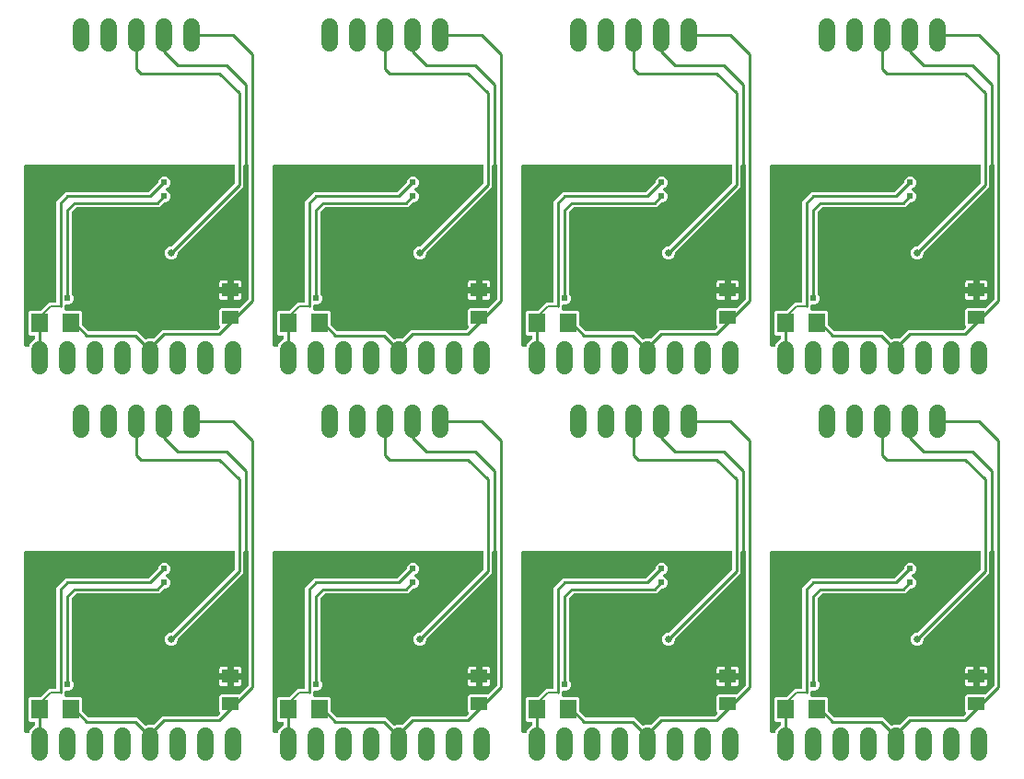
<source format=gbl>
G04 EAGLE Gerber RS-274X export*
G75*
%MOMM*%
%FSLAX34Y34*%
%LPD*%
%INBottom Copper*%
%IPPOS*%
%AMOC8*
5,1,8,0,0,1.08239X$1,22.5*%
G01*
%ADD10C,1.524000*%
%ADD11R,1.600000X1.803000*%
%ADD12R,1.524000X1.270000*%
%ADD13C,0.609600*%
%ADD14C,0.254000*%
%ADD15C,0.203200*%
%ADD16C,0.152400*%
%ADD17C,0.654800*%

G36*
X14407Y394726D02*
X14407Y394726D01*
X14484Y394724D01*
X14580Y394745D01*
X14678Y394757D01*
X14750Y394782D01*
X14824Y394799D01*
X14913Y394841D01*
X15006Y394874D01*
X15070Y394916D01*
X15139Y394948D01*
X15216Y395010D01*
X15299Y395063D01*
X15352Y395118D01*
X15411Y395166D01*
X15472Y395243D01*
X15541Y395314D01*
X15580Y395379D01*
X15627Y395439D01*
X15696Y395573D01*
X15720Y395613D01*
X15725Y395631D01*
X15739Y395657D01*
X16786Y398186D01*
X19644Y401044D01*
X20399Y401356D01*
X20466Y401394D01*
X20537Y401422D01*
X20617Y401478D01*
X20704Y401526D01*
X20760Y401577D01*
X20823Y401621D01*
X20889Y401694D01*
X20962Y401760D01*
X21005Y401823D01*
X21056Y401879D01*
X21104Y401966D01*
X21160Y402046D01*
X21188Y402118D01*
X21225Y402184D01*
X21252Y402279D01*
X21288Y402371D01*
X21299Y402446D01*
X21320Y402520D01*
X21332Y402669D01*
X21339Y402715D01*
X21337Y402735D01*
X21339Y402764D01*
X21339Y403481D01*
X21336Y403507D01*
X21338Y403533D01*
X21316Y403680D01*
X21299Y403827D01*
X21291Y403852D01*
X21287Y403878D01*
X21232Y404016D01*
X21182Y404155D01*
X21168Y404177D01*
X21158Y404202D01*
X21073Y404323D01*
X20993Y404448D01*
X20974Y404466D01*
X20959Y404488D01*
X20849Y404587D01*
X20742Y404690D01*
X20720Y404704D01*
X20700Y404721D01*
X20570Y404793D01*
X20443Y404869D01*
X20418Y404877D01*
X20395Y404890D01*
X20252Y404930D01*
X20111Y404975D01*
X20085Y404977D01*
X20060Y404985D01*
X19816Y405004D01*
X16098Y405004D01*
X14609Y406493D01*
X14609Y426627D01*
X16098Y428116D01*
X25965Y428116D01*
X26090Y428130D01*
X26217Y428137D01*
X26263Y428150D01*
X26311Y428156D01*
X26430Y428198D01*
X26551Y428233D01*
X26594Y428257D01*
X26639Y428273D01*
X26745Y428342D01*
X26856Y428403D01*
X26902Y428443D01*
X26932Y428462D01*
X26965Y428497D01*
X27042Y428562D01*
X33837Y435357D01*
X39116Y435357D01*
X39142Y435360D01*
X39168Y435358D01*
X39315Y435380D01*
X39462Y435397D01*
X39487Y435405D01*
X39513Y435409D01*
X39651Y435464D01*
X39790Y435514D01*
X39812Y435528D01*
X39837Y435538D01*
X39958Y435623D01*
X40083Y435703D01*
X40101Y435722D01*
X40123Y435737D01*
X40222Y435847D01*
X40325Y435954D01*
X40339Y435976D01*
X40356Y435996D01*
X40428Y436126D01*
X40504Y436253D01*
X40512Y436278D01*
X40525Y436301D01*
X40565Y436444D01*
X40610Y436585D01*
X40612Y436611D01*
X40620Y436636D01*
X40639Y436880D01*
X40639Y528628D01*
X49222Y537211D01*
X124791Y537211D01*
X124916Y537225D01*
X125042Y537232D01*
X125089Y537245D01*
X125137Y537251D01*
X125256Y537293D01*
X125377Y537328D01*
X125419Y537352D01*
X125465Y537368D01*
X125571Y537437D01*
X125681Y537498D01*
X125728Y537538D01*
X125758Y537557D01*
X125791Y537592D01*
X125868Y537657D01*
X133665Y545454D01*
X133744Y545553D01*
X133828Y545647D01*
X133852Y545690D01*
X133882Y545727D01*
X133936Y545842D01*
X133997Y545952D01*
X134010Y545999D01*
X134031Y546042D01*
X134057Y546166D01*
X134092Y546288D01*
X134097Y546348D01*
X134104Y546383D01*
X134103Y546431D01*
X134111Y546531D01*
X134111Y547212D01*
X134962Y549266D01*
X136534Y550838D01*
X138588Y551689D01*
X140812Y551689D01*
X142866Y550838D01*
X144438Y549266D01*
X145289Y547212D01*
X145289Y544988D01*
X144438Y542934D01*
X142866Y541362D01*
X142371Y541157D01*
X142284Y541109D01*
X142191Y541069D01*
X142132Y541024D01*
X142067Y540988D01*
X141992Y540921D01*
X141912Y540861D01*
X141864Y540804D01*
X141809Y540754D01*
X141752Y540671D01*
X141687Y540595D01*
X141653Y540528D01*
X141610Y540467D01*
X141574Y540374D01*
X141528Y540284D01*
X141510Y540212D01*
X141483Y540143D01*
X141468Y540044D01*
X141444Y539946D01*
X141443Y539872D01*
X141432Y539798D01*
X141440Y539698D01*
X141439Y539598D01*
X141455Y539525D01*
X141461Y539451D01*
X141492Y539355D01*
X141513Y539257D01*
X141545Y539190D01*
X141568Y539119D01*
X141619Y539033D01*
X141663Y538942D01*
X141709Y538884D01*
X141747Y538821D01*
X141817Y538749D01*
X141880Y538670D01*
X141938Y538624D01*
X141990Y538571D01*
X142075Y538516D01*
X142154Y538454D01*
X142243Y538408D01*
X142284Y538382D01*
X142317Y538370D01*
X142371Y538343D01*
X142866Y538138D01*
X144438Y536566D01*
X145289Y534512D01*
X145289Y532288D01*
X144438Y530234D01*
X142866Y528662D01*
X140812Y527811D01*
X140131Y527811D01*
X140006Y527797D01*
X139880Y527790D01*
X139833Y527777D01*
X139785Y527771D01*
X139666Y527729D01*
X139545Y527694D01*
X139503Y527670D01*
X139457Y527654D01*
X139351Y527585D01*
X139241Y527524D01*
X139194Y527484D01*
X139164Y527465D01*
X139131Y527430D01*
X139054Y527365D01*
X134928Y523239D01*
X59359Y523239D01*
X59234Y523225D01*
X59108Y523218D01*
X59061Y523205D01*
X59013Y523199D01*
X58894Y523157D01*
X58773Y523122D01*
X58731Y523098D01*
X58685Y523082D01*
X58579Y523013D01*
X58469Y522952D01*
X58422Y522912D01*
X58392Y522893D01*
X58359Y522858D01*
X58282Y522793D01*
X55057Y519568D01*
X54978Y519469D01*
X54894Y519375D01*
X54870Y519332D01*
X54840Y519295D01*
X54786Y519180D01*
X54725Y519070D01*
X54712Y519023D01*
X54691Y518980D01*
X54665Y518856D01*
X54630Y518734D01*
X54625Y518674D01*
X54618Y518639D01*
X54619Y518591D01*
X54611Y518491D01*
X54611Y444144D01*
X54625Y444018D01*
X54632Y443892D01*
X54645Y443846D01*
X54651Y443798D01*
X54693Y443679D01*
X54728Y443557D01*
X54752Y443515D01*
X54768Y443470D01*
X54837Y443363D01*
X54898Y443253D01*
X54938Y443207D01*
X54957Y443177D01*
X54992Y443143D01*
X55057Y443067D01*
X55538Y442586D01*
X56389Y440532D01*
X56389Y438308D01*
X55538Y436254D01*
X53966Y434682D01*
X51912Y433831D01*
X49784Y433831D01*
X49758Y433828D01*
X49732Y433830D01*
X49585Y433808D01*
X49438Y433791D01*
X49413Y433783D01*
X49387Y433779D01*
X49249Y433724D01*
X49110Y433674D01*
X49088Y433660D01*
X49063Y433650D01*
X48942Y433565D01*
X48817Y433485D01*
X48799Y433466D01*
X48777Y433451D01*
X48678Y433341D01*
X48575Y433234D01*
X48561Y433212D01*
X48544Y433192D01*
X48472Y433062D01*
X48396Y432935D01*
X48388Y432910D01*
X48375Y432887D01*
X48335Y432744D01*
X48290Y432603D01*
X48288Y432577D01*
X48280Y432552D01*
X48261Y432308D01*
X48261Y429639D01*
X48264Y429613D01*
X48262Y429587D01*
X48284Y429440D01*
X48301Y429293D01*
X48309Y429268D01*
X48313Y429242D01*
X48368Y429104D01*
X48418Y428965D01*
X48432Y428943D01*
X48442Y428918D01*
X48527Y428797D01*
X48607Y428672D01*
X48626Y428654D01*
X48641Y428632D01*
X48751Y428533D01*
X48858Y428430D01*
X48880Y428416D01*
X48900Y428399D01*
X49030Y428327D01*
X49157Y428251D01*
X49182Y428243D01*
X49205Y428230D01*
X49348Y428190D01*
X49489Y428145D01*
X49515Y428143D01*
X49540Y428135D01*
X49784Y428116D01*
X62642Y428116D01*
X64131Y426627D01*
X64131Y415599D01*
X64145Y415474D01*
X64152Y415348D01*
X64165Y415301D01*
X64171Y415253D01*
X64213Y415134D01*
X64248Y415013D01*
X64272Y414971D01*
X64288Y414925D01*
X64357Y414819D01*
X64418Y414709D01*
X64458Y414662D01*
X64477Y414632D01*
X64512Y414599D01*
X64577Y414522D01*
X69712Y409387D01*
X69811Y409308D01*
X69905Y409224D01*
X69948Y409200D01*
X69985Y409170D01*
X70100Y409116D01*
X70210Y409055D01*
X70257Y409042D01*
X70300Y409021D01*
X70424Y408995D01*
X70546Y408960D01*
X70606Y408955D01*
X70641Y408948D01*
X70689Y408949D01*
X70789Y408941D01*
X114608Y408941D01*
X121416Y402133D01*
X121476Y402085D01*
X121529Y402031D01*
X121612Y401977D01*
X121689Y401916D01*
X121758Y401884D01*
X121823Y401842D01*
X121915Y401809D01*
X122004Y401767D01*
X122079Y401751D01*
X122151Y401726D01*
X122249Y401715D01*
X122345Y401694D01*
X122421Y401695D01*
X122497Y401687D01*
X122595Y401698D01*
X122694Y401700D01*
X122768Y401719D01*
X122844Y401728D01*
X122986Y401773D01*
X123032Y401785D01*
X123049Y401794D01*
X123076Y401803D01*
X124979Y402591D01*
X129021Y402591D01*
X129127Y402547D01*
X129201Y402526D01*
X129271Y402495D01*
X129368Y402478D01*
X129463Y402451D01*
X129539Y402447D01*
X129614Y402434D01*
X129713Y402439D01*
X129811Y402434D01*
X129886Y402448D01*
X129962Y402452D01*
X130057Y402479D01*
X130154Y402496D01*
X130224Y402527D01*
X130297Y402548D01*
X130383Y402596D01*
X130473Y402635D01*
X130535Y402681D01*
X130601Y402718D01*
X130715Y402815D01*
X130753Y402843D01*
X130765Y402858D01*
X130788Y402877D01*
X135443Y407532D01*
X138122Y410211D01*
X188291Y410211D01*
X188416Y410225D01*
X188542Y410232D01*
X188589Y410245D01*
X188637Y410251D01*
X188756Y410293D01*
X188877Y410328D01*
X188919Y410352D01*
X188965Y410368D01*
X189071Y410437D01*
X189181Y410498D01*
X189228Y410538D01*
X189258Y410557D01*
X189291Y410592D01*
X189368Y410657D01*
X190647Y411936D01*
X190663Y411956D01*
X190683Y411973D01*
X190729Y412036D01*
X190762Y412070D01*
X190789Y412115D01*
X190863Y412209D01*
X190875Y412233D01*
X190890Y412254D01*
X190938Y412364D01*
X190941Y412369D01*
X190943Y412376D01*
X190949Y412390D01*
X191012Y412524D01*
X191018Y412550D01*
X191028Y412574D01*
X191054Y412720D01*
X191086Y412865D01*
X191085Y412891D01*
X191090Y412917D01*
X191082Y413065D01*
X191080Y413213D01*
X191073Y413239D01*
X191072Y413265D01*
X191031Y413407D01*
X190995Y413551D01*
X190983Y413574D01*
X190975Y413600D01*
X190903Y413729D01*
X190835Y413861D01*
X190818Y413881D01*
X190805Y413904D01*
X190647Y414090D01*
X190499Y414238D01*
X190499Y429042D01*
X191988Y430531D01*
X208611Y430531D01*
X208736Y430545D01*
X208862Y430552D01*
X208909Y430565D01*
X208957Y430571D01*
X209076Y430613D01*
X209197Y430648D01*
X209239Y430672D01*
X209285Y430688D01*
X209391Y430757D01*
X209501Y430818D01*
X209548Y430858D01*
X209578Y430877D01*
X209611Y430912D01*
X209688Y430977D01*
X216723Y438012D01*
X216802Y438111D01*
X216886Y438205D01*
X216910Y438248D01*
X216940Y438285D01*
X216994Y438400D01*
X217055Y438510D01*
X217068Y438557D01*
X217089Y438600D01*
X217115Y438724D01*
X217150Y438846D01*
X217155Y438906D01*
X217162Y438941D01*
X217161Y438989D01*
X217169Y439089D01*
X217169Y561340D01*
X217166Y561366D01*
X217168Y561392D01*
X217146Y561539D01*
X217129Y561686D01*
X217121Y561711D01*
X217117Y561737D01*
X217062Y561875D01*
X217012Y562014D01*
X216998Y562036D01*
X216988Y562061D01*
X216903Y562182D01*
X216823Y562307D01*
X216804Y562325D01*
X216789Y562347D01*
X216679Y562446D01*
X216572Y562549D01*
X216550Y562563D01*
X216530Y562580D01*
X216400Y562652D01*
X216273Y562728D01*
X216248Y562736D01*
X216225Y562749D01*
X216082Y562789D01*
X215941Y562834D01*
X215915Y562836D01*
X215890Y562844D01*
X215646Y562863D01*
X214088Y562863D01*
X214062Y562860D01*
X214036Y562862D01*
X213889Y562840D01*
X213742Y562823D01*
X213717Y562815D01*
X213691Y562811D01*
X213553Y562756D01*
X213414Y562706D01*
X213392Y562692D01*
X213367Y562682D01*
X213246Y562597D01*
X213121Y562517D01*
X213103Y562498D01*
X213081Y562483D01*
X212982Y562373D01*
X212879Y562266D01*
X212865Y562244D01*
X212848Y562224D01*
X212776Y562094D01*
X212700Y561967D01*
X212692Y561942D01*
X212679Y561919D01*
X212639Y561776D01*
X212594Y561635D01*
X212592Y561609D01*
X212584Y561584D01*
X212565Y561340D01*
X212565Y542456D01*
X152311Y482202D01*
X152232Y482103D01*
X152148Y482009D01*
X152124Y481966D01*
X152094Y481929D01*
X152040Y481814D01*
X151979Y481704D01*
X151966Y481657D01*
X151945Y481614D01*
X151919Y481490D01*
X151884Y481368D01*
X151879Y481308D01*
X151872Y481273D01*
X151873Y481225D01*
X151865Y481125D01*
X151865Y480173D01*
X150979Y478036D01*
X149344Y476401D01*
X147207Y475515D01*
X144893Y475515D01*
X142756Y476401D01*
X141121Y478036D01*
X140235Y480173D01*
X140235Y482487D01*
X141121Y484624D01*
X142756Y486259D01*
X144893Y487145D01*
X145845Y487145D01*
X145970Y487159D01*
X146096Y487166D01*
X146143Y487179D01*
X146191Y487185D01*
X146310Y487227D01*
X146431Y487262D01*
X146473Y487286D01*
X146519Y487302D01*
X146625Y487371D01*
X146735Y487432D01*
X146782Y487472D01*
X146812Y487491D01*
X146845Y487526D01*
X146922Y487591D01*
X204497Y545166D01*
X204576Y545265D01*
X204660Y545359D01*
X204684Y545402D01*
X204714Y545439D01*
X204768Y545554D01*
X204829Y545664D01*
X204842Y545711D01*
X204863Y545754D01*
X204889Y545878D01*
X204924Y546000D01*
X204929Y546060D01*
X204936Y546095D01*
X204935Y546143D01*
X204943Y546243D01*
X204943Y561340D01*
X204940Y561366D01*
X204942Y561392D01*
X204920Y561539D01*
X204903Y561686D01*
X204895Y561711D01*
X204891Y561737D01*
X204836Y561875D01*
X204786Y562014D01*
X204772Y562036D01*
X204762Y562061D01*
X204677Y562182D01*
X204597Y562307D01*
X204578Y562325D01*
X204563Y562347D01*
X204453Y562446D01*
X204346Y562549D01*
X204324Y562563D01*
X204304Y562580D01*
X204174Y562652D01*
X204047Y562728D01*
X204022Y562736D01*
X203999Y562749D01*
X203856Y562789D01*
X203715Y562834D01*
X203689Y562836D01*
X203664Y562844D01*
X203420Y562863D01*
X12700Y562863D01*
X12674Y562860D01*
X12648Y562862D01*
X12501Y562840D01*
X12354Y562823D01*
X12329Y562815D01*
X12303Y562811D01*
X12165Y562756D01*
X12026Y562706D01*
X12004Y562692D01*
X11979Y562682D01*
X11858Y562597D01*
X11733Y562517D01*
X11715Y562498D01*
X11693Y562483D01*
X11594Y562373D01*
X11491Y562266D01*
X11477Y562244D01*
X11460Y562224D01*
X11388Y562094D01*
X11312Y561967D01*
X11304Y561942D01*
X11291Y561919D01*
X11251Y561776D01*
X11206Y561635D01*
X11204Y561609D01*
X11196Y561584D01*
X11177Y561340D01*
X11177Y396240D01*
X11180Y396214D01*
X11178Y396188D01*
X11200Y396041D01*
X11217Y395894D01*
X11225Y395869D01*
X11229Y395843D01*
X11284Y395705D01*
X11334Y395566D01*
X11348Y395544D01*
X11358Y395519D01*
X11443Y395398D01*
X11523Y395273D01*
X11542Y395255D01*
X11557Y395233D01*
X11667Y395134D01*
X11774Y395031D01*
X11796Y395017D01*
X11816Y395000D01*
X11946Y394928D01*
X12073Y394852D01*
X12098Y394844D01*
X12121Y394831D01*
X12264Y394791D01*
X12405Y394746D01*
X12431Y394744D01*
X12456Y394736D01*
X12700Y394717D01*
X14332Y394717D01*
X14407Y394726D01*
G37*
G36*
X471607Y39126D02*
X471607Y39126D01*
X471684Y39124D01*
X471780Y39145D01*
X471878Y39157D01*
X471950Y39182D01*
X472024Y39199D01*
X472113Y39241D01*
X472206Y39274D01*
X472270Y39316D01*
X472339Y39348D01*
X472416Y39410D01*
X472499Y39463D01*
X472552Y39518D01*
X472611Y39566D01*
X472672Y39643D01*
X472741Y39714D01*
X472780Y39779D01*
X472827Y39839D01*
X472896Y39973D01*
X472920Y40013D01*
X472925Y40031D01*
X472939Y40057D01*
X473986Y42586D01*
X476844Y45444D01*
X477599Y45756D01*
X477666Y45794D01*
X477737Y45822D01*
X477817Y45878D01*
X477904Y45926D01*
X477960Y45977D01*
X478023Y46021D01*
X478089Y46094D01*
X478162Y46160D01*
X478205Y46223D01*
X478256Y46279D01*
X478304Y46366D01*
X478360Y46446D01*
X478388Y46518D01*
X478425Y46584D01*
X478452Y46679D01*
X478488Y46771D01*
X478499Y46846D01*
X478520Y46920D01*
X478532Y47069D01*
X478539Y47115D01*
X478537Y47135D01*
X478539Y47164D01*
X478539Y47881D01*
X478536Y47907D01*
X478538Y47933D01*
X478516Y48080D01*
X478499Y48227D01*
X478491Y48252D01*
X478487Y48278D01*
X478432Y48416D01*
X478382Y48555D01*
X478368Y48577D01*
X478358Y48602D01*
X478273Y48723D01*
X478193Y48848D01*
X478174Y48866D01*
X478159Y48888D01*
X478049Y48987D01*
X477942Y49090D01*
X477920Y49104D01*
X477900Y49121D01*
X477770Y49193D01*
X477643Y49269D01*
X477618Y49277D01*
X477595Y49290D01*
X477452Y49330D01*
X477311Y49375D01*
X477285Y49377D01*
X477260Y49385D01*
X477016Y49404D01*
X473298Y49404D01*
X471809Y50893D01*
X471809Y71027D01*
X473298Y72516D01*
X483165Y72516D01*
X483290Y72530D01*
X483417Y72537D01*
X483463Y72550D01*
X483511Y72556D01*
X483630Y72598D01*
X483752Y72633D01*
X483794Y72657D01*
X483839Y72673D01*
X483945Y72742D01*
X484056Y72803D01*
X484102Y72843D01*
X484132Y72862D01*
X484165Y72897D01*
X484242Y72962D01*
X488507Y77227D01*
X491037Y79757D01*
X496316Y79757D01*
X496342Y79760D01*
X496368Y79758D01*
X496515Y79780D01*
X496662Y79797D01*
X496687Y79805D01*
X496713Y79809D01*
X496851Y79864D01*
X496990Y79914D01*
X497012Y79928D01*
X497037Y79938D01*
X497158Y80023D01*
X497283Y80103D01*
X497301Y80122D01*
X497323Y80137D01*
X497422Y80247D01*
X497525Y80354D01*
X497539Y80376D01*
X497556Y80396D01*
X497628Y80526D01*
X497704Y80653D01*
X497712Y80678D01*
X497725Y80701D01*
X497765Y80844D01*
X497810Y80985D01*
X497812Y81011D01*
X497820Y81036D01*
X497839Y81280D01*
X497839Y173028D01*
X506422Y181611D01*
X581991Y181611D01*
X582116Y181625D01*
X582242Y181632D01*
X582289Y181645D01*
X582337Y181651D01*
X582456Y181693D01*
X582577Y181728D01*
X582619Y181752D01*
X582665Y181768D01*
X582771Y181837D01*
X582881Y181898D01*
X582928Y181938D01*
X582958Y181957D01*
X582991Y181992D01*
X583068Y182057D01*
X590865Y189854D01*
X590944Y189953D01*
X591028Y190047D01*
X591052Y190090D01*
X591082Y190127D01*
X591136Y190242D01*
X591197Y190352D01*
X591210Y190399D01*
X591231Y190442D01*
X591257Y190566D01*
X591292Y190688D01*
X591297Y190748D01*
X591304Y190783D01*
X591303Y190831D01*
X591311Y190931D01*
X591311Y191612D01*
X592162Y193666D01*
X593734Y195238D01*
X595788Y196089D01*
X598012Y196089D01*
X600066Y195238D01*
X601638Y193666D01*
X602489Y191612D01*
X602489Y189388D01*
X601638Y187334D01*
X600066Y185762D01*
X599571Y185557D01*
X599484Y185508D01*
X599391Y185468D01*
X599332Y185424D01*
X599267Y185388D01*
X599192Y185320D01*
X599112Y185261D01*
X599064Y185204D01*
X599009Y185154D01*
X598951Y185071D01*
X598887Y184995D01*
X598853Y184928D01*
X598810Y184867D01*
X598774Y184774D01*
X598728Y184684D01*
X598710Y184612D01*
X598683Y184543D01*
X598668Y184443D01*
X598644Y184346D01*
X598643Y184272D01*
X598632Y184198D01*
X598640Y184098D01*
X598639Y183998D01*
X598654Y183925D01*
X598661Y183851D01*
X598692Y183755D01*
X598713Y183657D01*
X598745Y183590D01*
X598768Y183519D01*
X598820Y183433D01*
X598863Y183342D01*
X598909Y183284D01*
X598947Y183221D01*
X599017Y183148D01*
X599080Y183070D01*
X599138Y183024D01*
X599190Y182971D01*
X599275Y182916D01*
X599354Y182854D01*
X599443Y182808D01*
X599484Y182782D01*
X599517Y182770D01*
X599571Y182743D01*
X600066Y182538D01*
X601638Y180966D01*
X602489Y178912D01*
X602489Y176688D01*
X601638Y174634D01*
X600066Y173062D01*
X598012Y172211D01*
X597331Y172211D01*
X597206Y172197D01*
X597080Y172190D01*
X597033Y172177D01*
X596985Y172171D01*
X596866Y172129D01*
X596745Y172094D01*
X596703Y172070D01*
X596657Y172054D01*
X596551Y171985D01*
X596441Y171924D01*
X596394Y171884D01*
X596364Y171865D01*
X596331Y171830D01*
X596254Y171765D01*
X592128Y167639D01*
X516559Y167639D01*
X516434Y167625D01*
X516308Y167618D01*
X516261Y167605D01*
X516213Y167599D01*
X516094Y167557D01*
X515973Y167522D01*
X515931Y167498D01*
X515885Y167482D01*
X515779Y167413D01*
X515669Y167352D01*
X515622Y167312D01*
X515592Y167293D01*
X515559Y167258D01*
X515482Y167193D01*
X512257Y163968D01*
X512178Y163869D01*
X512094Y163775D01*
X512070Y163732D01*
X512040Y163695D01*
X511986Y163580D01*
X511925Y163470D01*
X511912Y163423D01*
X511891Y163380D01*
X511865Y163256D01*
X511830Y163134D01*
X511825Y163074D01*
X511818Y163039D01*
X511819Y162991D01*
X511811Y162891D01*
X511811Y88544D01*
X511825Y88418D01*
X511832Y88292D01*
X511845Y88246D01*
X511851Y88198D01*
X511893Y88079D01*
X511928Y87957D01*
X511952Y87915D01*
X511968Y87870D01*
X512037Y87763D01*
X512098Y87653D01*
X512138Y87607D01*
X512157Y87577D01*
X512192Y87543D01*
X512257Y87467D01*
X512738Y86986D01*
X513589Y84932D01*
X513589Y82708D01*
X512738Y80654D01*
X511166Y79082D01*
X509112Y78231D01*
X506984Y78231D01*
X506958Y78228D01*
X506932Y78230D01*
X506785Y78208D01*
X506638Y78191D01*
X506613Y78183D01*
X506587Y78179D01*
X506449Y78124D01*
X506310Y78074D01*
X506288Y78060D01*
X506263Y78050D01*
X506142Y77965D01*
X506017Y77885D01*
X505999Y77866D01*
X505977Y77851D01*
X505878Y77741D01*
X505775Y77634D01*
X505761Y77612D01*
X505744Y77592D01*
X505672Y77462D01*
X505596Y77335D01*
X505588Y77310D01*
X505575Y77287D01*
X505535Y77144D01*
X505490Y77003D01*
X505488Y76977D01*
X505480Y76952D01*
X505461Y76708D01*
X505461Y74039D01*
X505464Y74013D01*
X505462Y73987D01*
X505484Y73840D01*
X505501Y73693D01*
X505509Y73668D01*
X505513Y73642D01*
X505568Y73504D01*
X505618Y73365D01*
X505632Y73343D01*
X505642Y73318D01*
X505727Y73197D01*
X505807Y73072D01*
X505826Y73054D01*
X505841Y73032D01*
X505951Y72933D01*
X506058Y72830D01*
X506080Y72816D01*
X506100Y72799D01*
X506230Y72727D01*
X506357Y72651D01*
X506382Y72643D01*
X506405Y72630D01*
X506548Y72590D01*
X506689Y72545D01*
X506715Y72543D01*
X506740Y72535D01*
X506984Y72516D01*
X519842Y72516D01*
X521331Y71027D01*
X521331Y59999D01*
X521345Y59874D01*
X521352Y59748D01*
X521365Y59701D01*
X521371Y59653D01*
X521413Y59534D01*
X521448Y59413D01*
X521472Y59371D01*
X521488Y59325D01*
X521557Y59219D01*
X521618Y59109D01*
X521658Y59062D01*
X521677Y59032D01*
X521712Y58999D01*
X521777Y58922D01*
X526912Y53787D01*
X527011Y53708D01*
X527105Y53624D01*
X527148Y53600D01*
X527185Y53570D01*
X527300Y53516D01*
X527410Y53455D01*
X527457Y53442D01*
X527500Y53421D01*
X527624Y53395D01*
X527746Y53360D01*
X527806Y53355D01*
X527841Y53348D01*
X527889Y53349D01*
X527989Y53341D01*
X571808Y53341D01*
X578616Y46533D01*
X578676Y46485D01*
X578729Y46431D01*
X578812Y46377D01*
X578889Y46316D01*
X578958Y46284D01*
X579023Y46242D01*
X579115Y46209D01*
X579204Y46167D01*
X579279Y46151D01*
X579351Y46126D01*
X579449Y46115D01*
X579545Y46094D01*
X579621Y46095D01*
X579697Y46087D01*
X579795Y46098D01*
X579894Y46100D01*
X579968Y46119D01*
X580044Y46128D01*
X580186Y46173D01*
X580232Y46185D01*
X580249Y46194D01*
X580276Y46203D01*
X582179Y46991D01*
X586221Y46991D01*
X586328Y46947D01*
X586401Y46926D01*
X586471Y46895D01*
X586568Y46878D01*
X586663Y46851D01*
X586739Y46847D01*
X586814Y46834D01*
X586913Y46839D01*
X587011Y46834D01*
X587086Y46848D01*
X587162Y46852D01*
X587257Y46879D01*
X587354Y46897D01*
X587424Y46927D01*
X587497Y46948D01*
X587583Y46996D01*
X587673Y47035D01*
X587735Y47081D01*
X587801Y47118D01*
X587915Y47215D01*
X587953Y47243D01*
X587965Y47258D01*
X587988Y47277D01*
X592643Y51932D01*
X595322Y54611D01*
X645491Y54611D01*
X645616Y54625D01*
X645742Y54632D01*
X645789Y54645D01*
X645837Y54651D01*
X645956Y54693D01*
X646077Y54728D01*
X646119Y54752D01*
X646165Y54768D01*
X646271Y54837D01*
X646381Y54898D01*
X646428Y54938D01*
X646458Y54957D01*
X646491Y54992D01*
X646568Y55057D01*
X647847Y56336D01*
X647863Y56356D01*
X647883Y56373D01*
X647929Y56436D01*
X647962Y56470D01*
X647989Y56515D01*
X648063Y56609D01*
X648075Y56633D01*
X648090Y56654D01*
X648138Y56764D01*
X648141Y56769D01*
X648143Y56776D01*
X648149Y56790D01*
X648212Y56924D01*
X648218Y56950D01*
X648228Y56974D01*
X648254Y57120D01*
X648286Y57265D01*
X648285Y57291D01*
X648290Y57317D01*
X648282Y57465D01*
X648280Y57613D01*
X648273Y57639D01*
X648272Y57665D01*
X648231Y57807D01*
X648195Y57951D01*
X648183Y57974D01*
X648175Y58000D01*
X648103Y58129D01*
X648035Y58261D01*
X648018Y58281D01*
X648005Y58304D01*
X647847Y58490D01*
X647699Y58638D01*
X647699Y73442D01*
X649188Y74931D01*
X665811Y74931D01*
X665936Y74945D01*
X666062Y74952D01*
X666109Y74965D01*
X666157Y74971D01*
X666276Y75013D01*
X666397Y75048D01*
X666439Y75072D01*
X666485Y75088D01*
X666591Y75157D01*
X666701Y75218D01*
X666748Y75258D01*
X666778Y75277D01*
X666811Y75312D01*
X666888Y75377D01*
X673923Y82412D01*
X674002Y82511D01*
X674086Y82605D01*
X674110Y82648D01*
X674140Y82685D01*
X674194Y82800D01*
X674255Y82910D01*
X674268Y82957D01*
X674289Y83000D01*
X674315Y83124D01*
X674350Y83246D01*
X674355Y83306D01*
X674362Y83341D01*
X674361Y83389D01*
X674369Y83489D01*
X674369Y205740D01*
X674366Y205766D01*
X674368Y205792D01*
X674346Y205939D01*
X674329Y206086D01*
X674321Y206111D01*
X674317Y206137D01*
X674262Y206275D01*
X674212Y206414D01*
X674198Y206436D01*
X674188Y206461D01*
X674103Y206582D01*
X674023Y206707D01*
X674004Y206725D01*
X673989Y206747D01*
X673879Y206846D01*
X673772Y206949D01*
X673750Y206963D01*
X673730Y206980D01*
X673600Y207052D01*
X673473Y207128D01*
X673448Y207136D01*
X673425Y207149D01*
X673282Y207189D01*
X673141Y207234D01*
X673115Y207236D01*
X673090Y207244D01*
X672846Y207263D01*
X671288Y207263D01*
X671262Y207260D01*
X671236Y207262D01*
X671089Y207240D01*
X670942Y207223D01*
X670917Y207215D01*
X670891Y207211D01*
X670753Y207156D01*
X670614Y207106D01*
X670592Y207092D01*
X670567Y207082D01*
X670446Y206997D01*
X670321Y206917D01*
X670303Y206898D01*
X670281Y206883D01*
X670182Y206773D01*
X670079Y206666D01*
X670065Y206644D01*
X670048Y206624D01*
X669976Y206494D01*
X669900Y206367D01*
X669892Y206342D01*
X669879Y206319D01*
X669839Y206176D01*
X669794Y206035D01*
X669792Y206009D01*
X669784Y205984D01*
X669765Y205740D01*
X669765Y186856D01*
X609511Y126602D01*
X609432Y126503D01*
X609348Y126409D01*
X609324Y126366D01*
X609294Y126329D01*
X609240Y126214D01*
X609179Y126104D01*
X609166Y126057D01*
X609145Y126014D01*
X609119Y125890D01*
X609084Y125768D01*
X609079Y125708D01*
X609072Y125673D01*
X609073Y125625D01*
X609065Y125525D01*
X609065Y124573D01*
X608179Y122436D01*
X606544Y120801D01*
X604407Y119915D01*
X602093Y119915D01*
X599956Y120801D01*
X598321Y122436D01*
X597435Y124573D01*
X597435Y126887D01*
X598321Y129024D01*
X599956Y130659D01*
X602093Y131545D01*
X603045Y131545D01*
X603170Y131559D01*
X603296Y131566D01*
X603343Y131579D01*
X603391Y131585D01*
X603510Y131627D01*
X603631Y131662D01*
X603673Y131686D01*
X603719Y131702D01*
X603825Y131771D01*
X603935Y131832D01*
X603982Y131872D01*
X604012Y131891D01*
X604045Y131926D01*
X604122Y131991D01*
X661697Y189566D01*
X661776Y189665D01*
X661860Y189759D01*
X661884Y189802D01*
X661914Y189839D01*
X661968Y189954D01*
X662029Y190064D01*
X662042Y190111D01*
X662063Y190154D01*
X662089Y190278D01*
X662124Y190400D01*
X662129Y190460D01*
X662136Y190495D01*
X662135Y190543D01*
X662143Y190643D01*
X662143Y205740D01*
X662140Y205766D01*
X662142Y205792D01*
X662120Y205939D01*
X662103Y206086D01*
X662095Y206111D01*
X662091Y206137D01*
X662036Y206275D01*
X661986Y206414D01*
X661972Y206436D01*
X661962Y206461D01*
X661877Y206582D01*
X661797Y206707D01*
X661778Y206725D01*
X661763Y206747D01*
X661653Y206846D01*
X661546Y206949D01*
X661524Y206963D01*
X661504Y206980D01*
X661374Y207052D01*
X661247Y207128D01*
X661222Y207136D01*
X661199Y207149D01*
X661056Y207189D01*
X660915Y207234D01*
X660889Y207236D01*
X660864Y207244D01*
X660620Y207263D01*
X469900Y207263D01*
X469874Y207260D01*
X469848Y207262D01*
X469701Y207240D01*
X469554Y207223D01*
X469529Y207215D01*
X469503Y207211D01*
X469365Y207156D01*
X469226Y207106D01*
X469204Y207092D01*
X469179Y207082D01*
X469058Y206997D01*
X468933Y206917D01*
X468915Y206898D01*
X468893Y206883D01*
X468794Y206773D01*
X468691Y206666D01*
X468677Y206644D01*
X468660Y206624D01*
X468588Y206494D01*
X468512Y206367D01*
X468504Y206342D01*
X468491Y206319D01*
X468451Y206176D01*
X468406Y206035D01*
X468404Y206009D01*
X468396Y205984D01*
X468377Y205740D01*
X468377Y40640D01*
X468380Y40614D01*
X468378Y40588D01*
X468400Y40441D01*
X468417Y40294D01*
X468425Y40269D01*
X468429Y40243D01*
X468484Y40105D01*
X468534Y39966D01*
X468548Y39944D01*
X468558Y39919D01*
X468643Y39798D01*
X468723Y39673D01*
X468742Y39655D01*
X468757Y39633D01*
X468867Y39534D01*
X468974Y39431D01*
X468996Y39417D01*
X469016Y39400D01*
X469146Y39328D01*
X469273Y39252D01*
X469298Y39244D01*
X469321Y39231D01*
X469464Y39191D01*
X469605Y39146D01*
X469631Y39144D01*
X469656Y39136D01*
X469900Y39117D01*
X471532Y39117D01*
X471607Y39126D01*
G37*
G36*
X471607Y394726D02*
X471607Y394726D01*
X471684Y394724D01*
X471780Y394745D01*
X471878Y394757D01*
X471950Y394782D01*
X472024Y394799D01*
X472113Y394841D01*
X472206Y394874D01*
X472270Y394916D01*
X472339Y394948D01*
X472416Y395010D01*
X472499Y395063D01*
X472552Y395118D01*
X472611Y395166D01*
X472672Y395243D01*
X472741Y395314D01*
X472780Y395379D01*
X472827Y395439D01*
X472896Y395573D01*
X472920Y395613D01*
X472925Y395631D01*
X472939Y395657D01*
X473986Y398186D01*
X476844Y401044D01*
X477599Y401356D01*
X477666Y401394D01*
X477737Y401422D01*
X477817Y401478D01*
X477904Y401526D01*
X477960Y401577D01*
X478023Y401621D01*
X478089Y401694D01*
X478162Y401760D01*
X478205Y401823D01*
X478256Y401879D01*
X478304Y401966D01*
X478360Y402046D01*
X478388Y402118D01*
X478425Y402184D01*
X478452Y402279D01*
X478488Y402371D01*
X478499Y402446D01*
X478520Y402520D01*
X478532Y402669D01*
X478539Y402715D01*
X478537Y402735D01*
X478539Y402764D01*
X478539Y403481D01*
X478536Y403507D01*
X478538Y403533D01*
X478516Y403680D01*
X478499Y403827D01*
X478491Y403852D01*
X478487Y403878D01*
X478432Y404016D01*
X478382Y404155D01*
X478368Y404177D01*
X478358Y404202D01*
X478273Y404323D01*
X478193Y404448D01*
X478174Y404466D01*
X478159Y404488D01*
X478049Y404587D01*
X477942Y404690D01*
X477920Y404704D01*
X477900Y404721D01*
X477770Y404793D01*
X477643Y404869D01*
X477618Y404877D01*
X477595Y404890D01*
X477452Y404930D01*
X477311Y404975D01*
X477285Y404977D01*
X477260Y404985D01*
X477016Y405004D01*
X473298Y405004D01*
X471809Y406493D01*
X471809Y426627D01*
X473298Y428116D01*
X483165Y428116D01*
X483290Y428130D01*
X483417Y428137D01*
X483463Y428150D01*
X483511Y428156D01*
X483630Y428198D01*
X483751Y428233D01*
X483794Y428257D01*
X483839Y428273D01*
X483945Y428342D01*
X484056Y428403D01*
X484102Y428443D01*
X484132Y428462D01*
X484165Y428497D01*
X484242Y428562D01*
X491037Y435357D01*
X496316Y435357D01*
X496342Y435360D01*
X496368Y435358D01*
X496515Y435380D01*
X496662Y435397D01*
X496687Y435405D01*
X496713Y435409D01*
X496851Y435464D01*
X496990Y435514D01*
X497012Y435528D01*
X497037Y435538D01*
X497158Y435623D01*
X497283Y435703D01*
X497301Y435722D01*
X497323Y435737D01*
X497422Y435847D01*
X497525Y435954D01*
X497539Y435976D01*
X497556Y435996D01*
X497628Y436126D01*
X497704Y436253D01*
X497712Y436278D01*
X497725Y436301D01*
X497765Y436444D01*
X497810Y436585D01*
X497812Y436611D01*
X497820Y436636D01*
X497839Y436880D01*
X497839Y528628D01*
X506422Y537211D01*
X581991Y537211D01*
X582116Y537225D01*
X582242Y537232D01*
X582289Y537245D01*
X582337Y537251D01*
X582456Y537293D01*
X582577Y537328D01*
X582619Y537352D01*
X582665Y537368D01*
X582771Y537437D01*
X582881Y537498D01*
X582928Y537538D01*
X582958Y537557D01*
X582991Y537592D01*
X583068Y537657D01*
X590865Y545454D01*
X590944Y545553D01*
X591028Y545647D01*
X591052Y545690D01*
X591082Y545727D01*
X591136Y545842D01*
X591197Y545952D01*
X591210Y545999D01*
X591231Y546042D01*
X591257Y546166D01*
X591292Y546288D01*
X591297Y546348D01*
X591304Y546383D01*
X591303Y546431D01*
X591311Y546531D01*
X591311Y547212D01*
X592162Y549266D01*
X593734Y550838D01*
X595788Y551689D01*
X598012Y551689D01*
X600066Y550838D01*
X601638Y549266D01*
X602489Y547212D01*
X602489Y544988D01*
X601638Y542934D01*
X600066Y541362D01*
X599571Y541157D01*
X599484Y541109D01*
X599391Y541069D01*
X599332Y541024D01*
X599267Y540988D01*
X599192Y540921D01*
X599112Y540861D01*
X599064Y540804D01*
X599009Y540754D01*
X598951Y540671D01*
X598887Y540595D01*
X598853Y540529D01*
X598810Y540467D01*
X598774Y540374D01*
X598728Y540284D01*
X598710Y540212D01*
X598683Y540143D01*
X598668Y540044D01*
X598644Y539946D01*
X598643Y539872D01*
X598632Y539798D01*
X598640Y539698D01*
X598639Y539598D01*
X598654Y539525D01*
X598661Y539451D01*
X598692Y539355D01*
X598713Y539257D01*
X598745Y539190D01*
X598768Y539119D01*
X598820Y539033D01*
X598863Y538942D01*
X598909Y538884D01*
X598947Y538821D01*
X599017Y538749D01*
X599080Y538670D01*
X599138Y538624D01*
X599190Y538571D01*
X599275Y538516D01*
X599354Y538454D01*
X599443Y538408D01*
X599483Y538382D01*
X599517Y538370D01*
X599571Y538343D01*
X600066Y538138D01*
X601638Y536566D01*
X602489Y534512D01*
X602489Y532288D01*
X601638Y530234D01*
X600066Y528662D01*
X598012Y527811D01*
X597331Y527811D01*
X597206Y527797D01*
X597080Y527790D01*
X597033Y527777D01*
X596985Y527771D01*
X596866Y527729D01*
X596745Y527694D01*
X596703Y527670D01*
X596657Y527654D01*
X596551Y527585D01*
X596441Y527524D01*
X596394Y527484D01*
X596364Y527465D01*
X596331Y527430D01*
X596254Y527365D01*
X592128Y523239D01*
X516559Y523239D01*
X516434Y523225D01*
X516308Y523218D01*
X516261Y523205D01*
X516213Y523199D01*
X516094Y523157D01*
X515973Y523122D01*
X515931Y523098D01*
X515885Y523082D01*
X515779Y523013D01*
X515669Y522952D01*
X515622Y522912D01*
X515592Y522893D01*
X515559Y522858D01*
X515482Y522793D01*
X512257Y519568D01*
X512178Y519469D01*
X512094Y519375D01*
X512070Y519332D01*
X512040Y519295D01*
X511986Y519180D01*
X511925Y519070D01*
X511912Y519023D01*
X511891Y518980D01*
X511865Y518856D01*
X511830Y518734D01*
X511825Y518674D01*
X511818Y518639D01*
X511819Y518591D01*
X511811Y518491D01*
X511811Y444144D01*
X511825Y444018D01*
X511832Y443892D01*
X511845Y443846D01*
X511851Y443798D01*
X511893Y443679D01*
X511928Y443557D01*
X511952Y443515D01*
X511968Y443470D01*
X512037Y443363D01*
X512098Y443253D01*
X512138Y443207D01*
X512157Y443177D01*
X512192Y443143D01*
X512257Y443067D01*
X512738Y442586D01*
X513589Y440532D01*
X513589Y438308D01*
X512738Y436254D01*
X511166Y434682D01*
X509112Y433831D01*
X506984Y433831D01*
X506958Y433828D01*
X506932Y433830D01*
X506785Y433808D01*
X506638Y433791D01*
X506613Y433783D01*
X506587Y433779D01*
X506449Y433724D01*
X506310Y433674D01*
X506288Y433660D01*
X506263Y433650D01*
X506142Y433565D01*
X506017Y433485D01*
X505999Y433466D01*
X505977Y433451D01*
X505878Y433341D01*
X505775Y433234D01*
X505761Y433212D01*
X505744Y433192D01*
X505672Y433062D01*
X505596Y432935D01*
X505588Y432910D01*
X505575Y432887D01*
X505535Y432744D01*
X505490Y432603D01*
X505488Y432577D01*
X505480Y432552D01*
X505461Y432308D01*
X505461Y429639D01*
X505464Y429613D01*
X505462Y429587D01*
X505484Y429440D01*
X505501Y429293D01*
X505509Y429268D01*
X505513Y429242D01*
X505568Y429104D01*
X505618Y428965D01*
X505632Y428943D01*
X505642Y428918D01*
X505727Y428797D01*
X505807Y428672D01*
X505826Y428654D01*
X505841Y428632D01*
X505951Y428533D01*
X506058Y428430D01*
X506080Y428416D01*
X506100Y428399D01*
X506230Y428327D01*
X506357Y428251D01*
X506382Y428243D01*
X506405Y428230D01*
X506548Y428190D01*
X506689Y428145D01*
X506715Y428143D01*
X506740Y428135D01*
X506984Y428116D01*
X519842Y428116D01*
X521331Y426627D01*
X521331Y415599D01*
X521345Y415474D01*
X521352Y415348D01*
X521365Y415301D01*
X521371Y415253D01*
X521413Y415134D01*
X521448Y415013D01*
X521472Y414971D01*
X521488Y414925D01*
X521557Y414819D01*
X521618Y414709D01*
X521658Y414662D01*
X521677Y414632D01*
X521712Y414599D01*
X521777Y414522D01*
X526912Y409387D01*
X527011Y409308D01*
X527105Y409224D01*
X527147Y409200D01*
X527185Y409170D01*
X527299Y409116D01*
X527410Y409055D01*
X527457Y409042D01*
X527500Y409021D01*
X527624Y408995D01*
X527746Y408960D01*
X527806Y408955D01*
X527841Y408948D01*
X527889Y408949D01*
X527989Y408941D01*
X571808Y408941D01*
X578616Y402133D01*
X578676Y402085D01*
X578729Y402031D01*
X578812Y401977D01*
X578889Y401916D01*
X578958Y401884D01*
X579023Y401842D01*
X579115Y401809D01*
X579204Y401767D01*
X579279Y401751D01*
X579351Y401726D01*
X579449Y401715D01*
X579545Y401694D01*
X579621Y401695D01*
X579697Y401687D01*
X579795Y401698D01*
X579894Y401700D01*
X579968Y401719D01*
X580044Y401728D01*
X580186Y401773D01*
X580232Y401785D01*
X580249Y401794D01*
X580276Y401803D01*
X582179Y402591D01*
X586221Y402591D01*
X586328Y402547D01*
X586401Y402526D01*
X586471Y402495D01*
X586568Y402478D01*
X586663Y402451D01*
X586739Y402447D01*
X586814Y402434D01*
X586913Y402439D01*
X587011Y402434D01*
X587086Y402448D01*
X587162Y402452D01*
X587257Y402479D01*
X587354Y402497D01*
X587424Y402527D01*
X587497Y402548D01*
X587583Y402596D01*
X587673Y402635D01*
X587735Y402681D01*
X587801Y402718D01*
X587915Y402815D01*
X587953Y402843D01*
X587965Y402858D01*
X587988Y402877D01*
X595322Y410211D01*
X645491Y410211D01*
X645616Y410225D01*
X645742Y410232D01*
X645789Y410245D01*
X645837Y410251D01*
X645956Y410293D01*
X646077Y410328D01*
X646119Y410352D01*
X646165Y410368D01*
X646271Y410437D01*
X646381Y410498D01*
X646428Y410538D01*
X646458Y410557D01*
X646491Y410592D01*
X646568Y410657D01*
X647847Y411936D01*
X647863Y411956D01*
X647883Y411974D01*
X647929Y412036D01*
X647962Y412070D01*
X647989Y412115D01*
X648063Y412209D01*
X648075Y412233D01*
X648090Y412254D01*
X648138Y412364D01*
X648141Y412369D01*
X648143Y412376D01*
X648149Y412390D01*
X648212Y412524D01*
X648218Y412550D01*
X648228Y412574D01*
X648255Y412720D01*
X648286Y412865D01*
X648285Y412891D01*
X648290Y412917D01*
X648282Y413065D01*
X648280Y413213D01*
X648273Y413239D01*
X648272Y413265D01*
X648231Y413407D01*
X648195Y413551D01*
X648183Y413575D01*
X648175Y413600D01*
X648103Y413729D01*
X648035Y413861D01*
X648018Y413881D01*
X648005Y413904D01*
X647847Y414090D01*
X647699Y414238D01*
X647699Y429042D01*
X649188Y430531D01*
X665811Y430531D01*
X665936Y430545D01*
X666062Y430552D01*
X666109Y430565D01*
X666157Y430571D01*
X666276Y430613D01*
X666397Y430648D01*
X666439Y430672D01*
X666485Y430688D01*
X666591Y430757D01*
X666701Y430818D01*
X666748Y430858D01*
X666778Y430877D01*
X666811Y430912D01*
X666888Y430977D01*
X673923Y438012D01*
X674002Y438111D01*
X674086Y438205D01*
X674110Y438248D01*
X674140Y438285D01*
X674194Y438400D01*
X674255Y438510D01*
X674268Y438557D01*
X674289Y438600D01*
X674315Y438724D01*
X674350Y438846D01*
X674355Y438906D01*
X674362Y438941D01*
X674361Y438989D01*
X674369Y439089D01*
X674369Y561340D01*
X674366Y561366D01*
X674368Y561392D01*
X674346Y561539D01*
X674329Y561686D01*
X674321Y561711D01*
X674317Y561737D01*
X674262Y561875D01*
X674212Y562014D01*
X674198Y562036D01*
X674188Y562061D01*
X674103Y562182D01*
X674023Y562307D01*
X674004Y562325D01*
X673989Y562347D01*
X673879Y562446D01*
X673772Y562549D01*
X673750Y562563D01*
X673730Y562580D01*
X673600Y562652D01*
X673473Y562728D01*
X673448Y562736D01*
X673425Y562749D01*
X673282Y562789D01*
X673141Y562834D01*
X673115Y562836D01*
X673090Y562844D01*
X672846Y562863D01*
X671288Y562863D01*
X671262Y562860D01*
X671236Y562862D01*
X671089Y562840D01*
X670942Y562823D01*
X670917Y562815D01*
X670891Y562811D01*
X670753Y562756D01*
X670614Y562706D01*
X670592Y562692D01*
X670567Y562682D01*
X670446Y562597D01*
X670321Y562517D01*
X670303Y562498D01*
X670281Y562483D01*
X670182Y562373D01*
X670079Y562266D01*
X670065Y562244D01*
X670048Y562224D01*
X669976Y562094D01*
X669900Y561967D01*
X669892Y561942D01*
X669879Y561919D01*
X669839Y561776D01*
X669794Y561635D01*
X669792Y561609D01*
X669784Y561584D01*
X669765Y561340D01*
X669765Y542456D01*
X609511Y482202D01*
X609432Y482103D01*
X609348Y482009D01*
X609324Y481966D01*
X609294Y481929D01*
X609240Y481814D01*
X609179Y481704D01*
X609166Y481657D01*
X609145Y481614D01*
X609119Y481490D01*
X609084Y481368D01*
X609079Y481308D01*
X609072Y481273D01*
X609073Y481225D01*
X609065Y481125D01*
X609065Y480173D01*
X608179Y478036D01*
X606544Y476401D01*
X604407Y475515D01*
X602093Y475515D01*
X599956Y476401D01*
X598321Y478036D01*
X597435Y480173D01*
X597435Y482487D01*
X598321Y484624D01*
X599956Y486259D01*
X602093Y487145D01*
X603045Y487145D01*
X603170Y487159D01*
X603296Y487166D01*
X603343Y487179D01*
X603391Y487185D01*
X603510Y487227D01*
X603631Y487262D01*
X603673Y487286D01*
X603719Y487302D01*
X603825Y487371D01*
X603935Y487432D01*
X603982Y487472D01*
X604012Y487491D01*
X604045Y487526D01*
X604122Y487591D01*
X661697Y545166D01*
X661776Y545265D01*
X661860Y545359D01*
X661884Y545402D01*
X661914Y545439D01*
X661968Y545554D01*
X662029Y545664D01*
X662042Y545711D01*
X662063Y545754D01*
X662089Y545878D01*
X662124Y546000D01*
X662129Y546060D01*
X662136Y546095D01*
X662135Y546143D01*
X662143Y546243D01*
X662143Y561340D01*
X662140Y561366D01*
X662142Y561392D01*
X662120Y561539D01*
X662103Y561686D01*
X662095Y561711D01*
X662091Y561737D01*
X662036Y561875D01*
X661986Y562014D01*
X661972Y562036D01*
X661962Y562061D01*
X661877Y562182D01*
X661797Y562307D01*
X661778Y562325D01*
X661763Y562347D01*
X661653Y562446D01*
X661546Y562549D01*
X661524Y562563D01*
X661504Y562580D01*
X661374Y562652D01*
X661247Y562728D01*
X661222Y562736D01*
X661199Y562749D01*
X661056Y562789D01*
X660915Y562834D01*
X660889Y562836D01*
X660864Y562844D01*
X660620Y562863D01*
X469900Y562863D01*
X469874Y562860D01*
X469848Y562862D01*
X469701Y562840D01*
X469554Y562823D01*
X469529Y562815D01*
X469503Y562811D01*
X469365Y562756D01*
X469226Y562706D01*
X469204Y562692D01*
X469179Y562682D01*
X469058Y562597D01*
X468933Y562517D01*
X468915Y562498D01*
X468893Y562483D01*
X468794Y562373D01*
X468691Y562266D01*
X468677Y562244D01*
X468660Y562224D01*
X468588Y562094D01*
X468512Y561967D01*
X468504Y561942D01*
X468491Y561919D01*
X468451Y561776D01*
X468406Y561635D01*
X468404Y561609D01*
X468396Y561584D01*
X468377Y561340D01*
X468377Y396240D01*
X468380Y396214D01*
X468378Y396188D01*
X468400Y396041D01*
X468417Y395894D01*
X468425Y395869D01*
X468429Y395843D01*
X468484Y395705D01*
X468534Y395566D01*
X468548Y395544D01*
X468558Y395519D01*
X468643Y395398D01*
X468723Y395273D01*
X468742Y395255D01*
X468757Y395233D01*
X468867Y395134D01*
X468974Y395031D01*
X468996Y395017D01*
X469016Y395000D01*
X469146Y394928D01*
X469273Y394852D01*
X469298Y394844D01*
X469321Y394831D01*
X469464Y394791D01*
X469605Y394746D01*
X469631Y394744D01*
X469656Y394736D01*
X469900Y394717D01*
X471532Y394717D01*
X471607Y394726D01*
G37*
G36*
X14407Y39126D02*
X14407Y39126D01*
X14484Y39124D01*
X14580Y39145D01*
X14678Y39157D01*
X14750Y39182D01*
X14824Y39199D01*
X14913Y39241D01*
X15006Y39274D01*
X15070Y39316D01*
X15139Y39348D01*
X15216Y39410D01*
X15299Y39463D01*
X15352Y39518D01*
X15411Y39566D01*
X15472Y39643D01*
X15541Y39714D01*
X15580Y39779D01*
X15627Y39839D01*
X15696Y39973D01*
X15720Y40013D01*
X15725Y40031D01*
X15739Y40057D01*
X16786Y42586D01*
X19644Y45444D01*
X20399Y45756D01*
X20466Y45794D01*
X20537Y45822D01*
X20617Y45878D01*
X20704Y45926D01*
X20760Y45977D01*
X20823Y46021D01*
X20889Y46094D01*
X20962Y46160D01*
X21005Y46223D01*
X21056Y46279D01*
X21104Y46366D01*
X21160Y46446D01*
X21188Y46518D01*
X21225Y46584D01*
X21252Y46679D01*
X21288Y46771D01*
X21299Y46846D01*
X21320Y46920D01*
X21332Y47069D01*
X21339Y47115D01*
X21337Y47135D01*
X21339Y47164D01*
X21339Y47881D01*
X21336Y47907D01*
X21338Y47933D01*
X21316Y48080D01*
X21299Y48227D01*
X21291Y48252D01*
X21287Y48278D01*
X21232Y48416D01*
X21182Y48555D01*
X21168Y48577D01*
X21158Y48602D01*
X21073Y48723D01*
X20993Y48848D01*
X20974Y48866D01*
X20959Y48888D01*
X20849Y48987D01*
X20742Y49090D01*
X20720Y49104D01*
X20700Y49121D01*
X20570Y49193D01*
X20443Y49269D01*
X20418Y49277D01*
X20395Y49290D01*
X20252Y49330D01*
X20111Y49375D01*
X20085Y49377D01*
X20060Y49385D01*
X19816Y49404D01*
X16098Y49404D01*
X14609Y50893D01*
X14609Y71027D01*
X16098Y72516D01*
X25965Y72516D01*
X26090Y72530D01*
X26217Y72537D01*
X26263Y72550D01*
X26311Y72556D01*
X26430Y72598D01*
X26551Y72633D01*
X26594Y72657D01*
X26639Y72673D01*
X26745Y72742D01*
X26856Y72803D01*
X26902Y72843D01*
X26932Y72862D01*
X26965Y72897D01*
X27042Y72962D01*
X33837Y79757D01*
X39116Y79757D01*
X39142Y79760D01*
X39168Y79758D01*
X39315Y79780D01*
X39462Y79797D01*
X39487Y79805D01*
X39513Y79809D01*
X39651Y79864D01*
X39790Y79914D01*
X39812Y79928D01*
X39837Y79938D01*
X39958Y80023D01*
X40083Y80103D01*
X40101Y80122D01*
X40123Y80137D01*
X40222Y80247D01*
X40325Y80354D01*
X40339Y80376D01*
X40356Y80396D01*
X40428Y80526D01*
X40504Y80653D01*
X40512Y80678D01*
X40525Y80701D01*
X40565Y80844D01*
X40610Y80985D01*
X40612Y81011D01*
X40620Y81036D01*
X40639Y81280D01*
X40639Y173028D01*
X49222Y181611D01*
X124791Y181611D01*
X124916Y181625D01*
X125042Y181632D01*
X125089Y181645D01*
X125137Y181651D01*
X125256Y181693D01*
X125377Y181728D01*
X125419Y181752D01*
X125465Y181768D01*
X125571Y181837D01*
X125681Y181898D01*
X125728Y181938D01*
X125758Y181957D01*
X125791Y181992D01*
X125868Y182057D01*
X133665Y189854D01*
X133744Y189953D01*
X133828Y190047D01*
X133852Y190090D01*
X133882Y190127D01*
X133936Y190242D01*
X133997Y190352D01*
X134010Y190399D01*
X134031Y190442D01*
X134057Y190566D01*
X134092Y190688D01*
X134097Y190748D01*
X134104Y190783D01*
X134103Y190831D01*
X134111Y190931D01*
X134111Y191612D01*
X134962Y193666D01*
X136534Y195238D01*
X138588Y196089D01*
X140812Y196089D01*
X142866Y195238D01*
X144438Y193666D01*
X145289Y191612D01*
X145289Y189388D01*
X144438Y187334D01*
X142866Y185762D01*
X142371Y185557D01*
X142284Y185509D01*
X142191Y185469D01*
X142132Y185424D01*
X142067Y185388D01*
X141992Y185321D01*
X141912Y185261D01*
X141864Y185204D01*
X141809Y185154D01*
X141751Y185071D01*
X141687Y184995D01*
X141653Y184929D01*
X141610Y184867D01*
X141574Y184774D01*
X141528Y184684D01*
X141510Y184612D01*
X141483Y184543D01*
X141468Y184444D01*
X141444Y184346D01*
X141443Y184272D01*
X141432Y184198D01*
X141440Y184098D01*
X141439Y183998D01*
X141454Y183925D01*
X141461Y183851D01*
X141492Y183755D01*
X141513Y183657D01*
X141545Y183590D01*
X141568Y183519D01*
X141620Y183433D01*
X141663Y183342D01*
X141709Y183284D01*
X141747Y183221D01*
X141817Y183149D01*
X141880Y183070D01*
X141938Y183024D01*
X141990Y182971D01*
X142075Y182916D01*
X142154Y182854D01*
X142243Y182808D01*
X142283Y182782D01*
X142317Y182770D01*
X142371Y182743D01*
X142866Y182538D01*
X144438Y180966D01*
X145289Y178912D01*
X145289Y176688D01*
X144438Y174634D01*
X142866Y173062D01*
X140812Y172211D01*
X140131Y172211D01*
X140006Y172197D01*
X139880Y172190D01*
X139833Y172177D01*
X139785Y172171D01*
X139666Y172129D01*
X139545Y172094D01*
X139503Y172070D01*
X139457Y172054D01*
X139351Y171985D01*
X139241Y171924D01*
X139194Y171884D01*
X139164Y171865D01*
X139131Y171830D01*
X139054Y171765D01*
X134928Y167639D01*
X59359Y167639D01*
X59234Y167625D01*
X59108Y167618D01*
X59061Y167605D01*
X59013Y167599D01*
X58894Y167557D01*
X58773Y167522D01*
X58731Y167498D01*
X58685Y167482D01*
X58579Y167413D01*
X58469Y167352D01*
X58422Y167312D01*
X58392Y167293D01*
X58359Y167258D01*
X58282Y167193D01*
X55057Y163968D01*
X54978Y163869D01*
X54894Y163775D01*
X54870Y163732D01*
X54840Y163695D01*
X54786Y163580D01*
X54725Y163470D01*
X54712Y163423D01*
X54691Y163380D01*
X54665Y163256D01*
X54630Y163134D01*
X54625Y163074D01*
X54618Y163039D01*
X54619Y162991D01*
X54611Y162891D01*
X54611Y88544D01*
X54625Y88418D01*
X54632Y88292D01*
X54645Y88246D01*
X54651Y88198D01*
X54693Y88079D01*
X54728Y87957D01*
X54752Y87915D01*
X54768Y87870D01*
X54837Y87763D01*
X54898Y87653D01*
X54938Y87607D01*
X54957Y87577D01*
X54992Y87543D01*
X55057Y87467D01*
X55538Y86986D01*
X56389Y84932D01*
X56389Y82708D01*
X55538Y80654D01*
X53966Y79082D01*
X51912Y78231D01*
X49784Y78231D01*
X49758Y78228D01*
X49732Y78230D01*
X49585Y78208D01*
X49438Y78191D01*
X49413Y78183D01*
X49387Y78179D01*
X49249Y78124D01*
X49110Y78074D01*
X49088Y78060D01*
X49063Y78050D01*
X48942Y77965D01*
X48817Y77885D01*
X48799Y77866D01*
X48777Y77851D01*
X48678Y77741D01*
X48575Y77634D01*
X48561Y77612D01*
X48544Y77592D01*
X48472Y77462D01*
X48396Y77335D01*
X48388Y77310D01*
X48375Y77287D01*
X48335Y77144D01*
X48290Y77003D01*
X48288Y76977D01*
X48280Y76952D01*
X48261Y76708D01*
X48261Y74039D01*
X48264Y74013D01*
X48262Y73987D01*
X48284Y73840D01*
X48301Y73693D01*
X48309Y73668D01*
X48313Y73642D01*
X48368Y73504D01*
X48418Y73365D01*
X48432Y73343D01*
X48442Y73318D01*
X48527Y73197D01*
X48607Y73072D01*
X48626Y73054D01*
X48641Y73032D01*
X48751Y72933D01*
X48858Y72830D01*
X48880Y72816D01*
X48900Y72799D01*
X49030Y72727D01*
X49157Y72651D01*
X49182Y72643D01*
X49205Y72630D01*
X49348Y72590D01*
X49489Y72545D01*
X49515Y72543D01*
X49540Y72535D01*
X49784Y72516D01*
X62642Y72516D01*
X64131Y71027D01*
X64131Y59999D01*
X64145Y59874D01*
X64152Y59748D01*
X64165Y59701D01*
X64171Y59653D01*
X64213Y59534D01*
X64248Y59413D01*
X64272Y59371D01*
X64288Y59325D01*
X64357Y59219D01*
X64418Y59109D01*
X64458Y59062D01*
X64477Y59032D01*
X64512Y58999D01*
X64577Y58922D01*
X69712Y53787D01*
X69811Y53708D01*
X69905Y53624D01*
X69947Y53600D01*
X69985Y53570D01*
X70099Y53516D01*
X70210Y53455D01*
X70257Y53442D01*
X70300Y53421D01*
X70424Y53395D01*
X70546Y53360D01*
X70606Y53355D01*
X70641Y53348D01*
X70689Y53349D01*
X70789Y53341D01*
X114608Y53341D01*
X121416Y46533D01*
X121476Y46485D01*
X121529Y46431D01*
X121612Y46377D01*
X121689Y46316D01*
X121758Y46284D01*
X121823Y46242D01*
X121915Y46209D01*
X122004Y46167D01*
X122079Y46151D01*
X122151Y46126D01*
X122249Y46115D01*
X122345Y46094D01*
X122421Y46095D01*
X122497Y46087D01*
X122595Y46098D01*
X122694Y46100D01*
X122768Y46119D01*
X122844Y46128D01*
X122986Y46173D01*
X123032Y46185D01*
X123049Y46194D01*
X123076Y46203D01*
X124979Y46991D01*
X129021Y46991D01*
X129128Y46947D01*
X129201Y46926D01*
X129271Y46895D01*
X129368Y46878D01*
X129463Y46851D01*
X129539Y46847D01*
X129614Y46834D01*
X129713Y46839D01*
X129811Y46834D01*
X129886Y46848D01*
X129962Y46852D01*
X130057Y46879D01*
X130154Y46897D01*
X130224Y46927D01*
X130297Y46948D01*
X130383Y46996D01*
X130473Y47035D01*
X130535Y47081D01*
X130601Y47118D01*
X130715Y47215D01*
X130753Y47243D01*
X130765Y47258D01*
X130788Y47277D01*
X138122Y54611D01*
X188291Y54611D01*
X188416Y54625D01*
X188542Y54632D01*
X188589Y54645D01*
X188637Y54651D01*
X188756Y54693D01*
X188877Y54728D01*
X188919Y54752D01*
X188965Y54768D01*
X189071Y54837D01*
X189181Y54898D01*
X189228Y54938D01*
X189258Y54957D01*
X189291Y54992D01*
X189368Y55057D01*
X190647Y56336D01*
X190663Y56356D01*
X190683Y56374D01*
X190729Y56436D01*
X190762Y56470D01*
X190789Y56515D01*
X190863Y56609D01*
X190875Y56633D01*
X190890Y56654D01*
X190938Y56764D01*
X190941Y56769D01*
X190943Y56776D01*
X190949Y56790D01*
X191012Y56924D01*
X191018Y56950D01*
X191028Y56974D01*
X191055Y57120D01*
X191086Y57265D01*
X191085Y57291D01*
X191090Y57317D01*
X191082Y57465D01*
X191080Y57613D01*
X191073Y57639D01*
X191072Y57665D01*
X191031Y57807D01*
X190995Y57951D01*
X190983Y57975D01*
X190975Y58000D01*
X190903Y58129D01*
X190835Y58261D01*
X190818Y58281D01*
X190805Y58304D01*
X190647Y58490D01*
X190499Y58638D01*
X190499Y73442D01*
X191988Y74931D01*
X208611Y74931D01*
X208736Y74945D01*
X208862Y74952D01*
X208909Y74965D01*
X208957Y74971D01*
X209076Y75013D01*
X209197Y75048D01*
X209239Y75072D01*
X209285Y75088D01*
X209391Y75157D01*
X209501Y75218D01*
X209548Y75258D01*
X209578Y75277D01*
X209611Y75312D01*
X209688Y75377D01*
X216723Y82412D01*
X216802Y82511D01*
X216886Y82605D01*
X216910Y82648D01*
X216940Y82685D01*
X216994Y82800D01*
X217055Y82910D01*
X217068Y82957D01*
X217089Y83000D01*
X217115Y83124D01*
X217150Y83246D01*
X217155Y83306D01*
X217162Y83341D01*
X217161Y83389D01*
X217169Y83489D01*
X217169Y205740D01*
X217166Y205766D01*
X217168Y205792D01*
X217146Y205939D01*
X217129Y206086D01*
X217121Y206111D01*
X217117Y206137D01*
X217062Y206275D01*
X217012Y206414D01*
X216998Y206436D01*
X216988Y206461D01*
X216903Y206582D01*
X216823Y206707D01*
X216804Y206725D01*
X216789Y206747D01*
X216679Y206846D01*
X216572Y206949D01*
X216550Y206963D01*
X216530Y206980D01*
X216400Y207052D01*
X216273Y207128D01*
X216248Y207136D01*
X216225Y207149D01*
X216082Y207189D01*
X215941Y207234D01*
X215915Y207236D01*
X215890Y207244D01*
X215646Y207263D01*
X214088Y207263D01*
X214062Y207260D01*
X214036Y207262D01*
X213889Y207240D01*
X213742Y207223D01*
X213717Y207215D01*
X213691Y207211D01*
X213553Y207156D01*
X213414Y207106D01*
X213392Y207092D01*
X213367Y207082D01*
X213246Y206997D01*
X213121Y206917D01*
X213103Y206898D01*
X213081Y206883D01*
X212982Y206773D01*
X212879Y206666D01*
X212865Y206644D01*
X212848Y206624D01*
X212776Y206494D01*
X212700Y206367D01*
X212692Y206342D01*
X212679Y206319D01*
X212639Y206176D01*
X212594Y206035D01*
X212592Y206009D01*
X212584Y205984D01*
X212565Y205740D01*
X212565Y186856D01*
X152311Y126602D01*
X152232Y126503D01*
X152148Y126409D01*
X152124Y126366D01*
X152094Y126329D01*
X152040Y126214D01*
X151979Y126104D01*
X151966Y126057D01*
X151945Y126014D01*
X151919Y125890D01*
X151884Y125768D01*
X151879Y125708D01*
X151872Y125673D01*
X151873Y125625D01*
X151865Y125525D01*
X151865Y124573D01*
X150979Y122436D01*
X149344Y120801D01*
X147207Y119915D01*
X144893Y119915D01*
X142756Y120801D01*
X141121Y122436D01*
X140235Y124573D01*
X140235Y126887D01*
X141121Y129024D01*
X142756Y130659D01*
X144893Y131545D01*
X145845Y131545D01*
X145970Y131559D01*
X146096Y131566D01*
X146143Y131579D01*
X146191Y131585D01*
X146310Y131627D01*
X146431Y131662D01*
X146473Y131686D01*
X146519Y131702D01*
X146625Y131771D01*
X146735Y131832D01*
X146782Y131872D01*
X146812Y131891D01*
X146845Y131926D01*
X146922Y131991D01*
X204497Y189566D01*
X204576Y189665D01*
X204660Y189759D01*
X204684Y189802D01*
X204714Y189839D01*
X204768Y189954D01*
X204829Y190064D01*
X204842Y190111D01*
X204863Y190154D01*
X204889Y190278D01*
X204924Y190400D01*
X204929Y190460D01*
X204936Y190495D01*
X204935Y190543D01*
X204943Y190643D01*
X204943Y205740D01*
X204940Y205766D01*
X204942Y205792D01*
X204920Y205939D01*
X204903Y206086D01*
X204895Y206111D01*
X204891Y206137D01*
X204836Y206275D01*
X204786Y206414D01*
X204772Y206436D01*
X204762Y206461D01*
X204677Y206582D01*
X204597Y206707D01*
X204578Y206725D01*
X204563Y206747D01*
X204453Y206846D01*
X204346Y206949D01*
X204324Y206963D01*
X204304Y206980D01*
X204174Y207052D01*
X204047Y207128D01*
X204022Y207136D01*
X203999Y207149D01*
X203856Y207189D01*
X203715Y207234D01*
X203689Y207236D01*
X203664Y207244D01*
X203420Y207263D01*
X12700Y207263D01*
X12674Y207260D01*
X12648Y207262D01*
X12501Y207240D01*
X12354Y207223D01*
X12329Y207215D01*
X12303Y207211D01*
X12165Y207156D01*
X12026Y207106D01*
X12004Y207092D01*
X11979Y207082D01*
X11858Y206997D01*
X11733Y206917D01*
X11715Y206898D01*
X11693Y206883D01*
X11594Y206773D01*
X11491Y206666D01*
X11477Y206644D01*
X11460Y206624D01*
X11388Y206494D01*
X11312Y206367D01*
X11304Y206342D01*
X11291Y206319D01*
X11251Y206176D01*
X11206Y206035D01*
X11204Y206009D01*
X11196Y205984D01*
X11177Y205740D01*
X11177Y40640D01*
X11180Y40614D01*
X11178Y40588D01*
X11200Y40441D01*
X11217Y40294D01*
X11225Y40269D01*
X11229Y40243D01*
X11284Y40105D01*
X11334Y39966D01*
X11348Y39944D01*
X11358Y39919D01*
X11443Y39798D01*
X11523Y39673D01*
X11542Y39655D01*
X11557Y39633D01*
X11667Y39534D01*
X11774Y39431D01*
X11796Y39417D01*
X11816Y39400D01*
X11946Y39328D01*
X12073Y39252D01*
X12098Y39244D01*
X12121Y39231D01*
X12264Y39191D01*
X12405Y39146D01*
X12431Y39144D01*
X12456Y39136D01*
X12700Y39117D01*
X14332Y39117D01*
X14407Y39126D01*
G37*
G36*
X700207Y39126D02*
X700207Y39126D01*
X700284Y39124D01*
X700380Y39145D01*
X700478Y39157D01*
X700550Y39182D01*
X700624Y39199D01*
X700713Y39241D01*
X700806Y39274D01*
X700870Y39316D01*
X700939Y39348D01*
X701016Y39410D01*
X701099Y39463D01*
X701152Y39518D01*
X701211Y39566D01*
X701272Y39643D01*
X701341Y39714D01*
X701380Y39779D01*
X701427Y39839D01*
X701496Y39973D01*
X701520Y40013D01*
X701525Y40031D01*
X701539Y40057D01*
X702586Y42586D01*
X705444Y45444D01*
X706199Y45756D01*
X706266Y45794D01*
X706337Y45822D01*
X706418Y45878D01*
X706504Y45926D01*
X706560Y45977D01*
X706623Y46021D01*
X706689Y46094D01*
X706762Y46160D01*
X706805Y46223D01*
X706856Y46279D01*
X706904Y46366D01*
X706960Y46447D01*
X706988Y46518D01*
X707025Y46585D01*
X707052Y46679D01*
X707088Y46771D01*
X707099Y46846D01*
X707120Y46920D01*
X707132Y47069D01*
X707139Y47116D01*
X707137Y47135D01*
X707139Y47164D01*
X707139Y47881D01*
X707136Y47907D01*
X707138Y47933D01*
X707116Y48080D01*
X707099Y48227D01*
X707091Y48252D01*
X707087Y48278D01*
X707032Y48416D01*
X706982Y48555D01*
X706968Y48577D01*
X706958Y48602D01*
X706873Y48723D01*
X706793Y48848D01*
X706774Y48866D01*
X706759Y48888D01*
X706649Y48987D01*
X706542Y49090D01*
X706520Y49104D01*
X706500Y49121D01*
X706370Y49193D01*
X706243Y49269D01*
X706218Y49277D01*
X706195Y49290D01*
X706052Y49330D01*
X705911Y49375D01*
X705885Y49377D01*
X705860Y49385D01*
X705616Y49404D01*
X701898Y49404D01*
X700409Y50893D01*
X700409Y71027D01*
X701898Y72516D01*
X711765Y72516D01*
X711890Y72530D01*
X712017Y72537D01*
X712063Y72550D01*
X712111Y72556D01*
X712230Y72598D01*
X712351Y72633D01*
X712394Y72657D01*
X712439Y72673D01*
X712545Y72742D01*
X712656Y72803D01*
X712702Y72843D01*
X712732Y72862D01*
X712765Y72897D01*
X712842Y72962D01*
X719637Y79757D01*
X724916Y79757D01*
X724942Y79760D01*
X724968Y79758D01*
X725115Y79780D01*
X725262Y79797D01*
X725287Y79805D01*
X725313Y79809D01*
X725451Y79864D01*
X725590Y79914D01*
X725612Y79928D01*
X725637Y79938D01*
X725758Y80023D01*
X725883Y80103D01*
X725901Y80122D01*
X725923Y80137D01*
X726022Y80247D01*
X726125Y80354D01*
X726139Y80376D01*
X726156Y80396D01*
X726228Y80526D01*
X726304Y80653D01*
X726312Y80678D01*
X726325Y80701D01*
X726365Y80844D01*
X726410Y80985D01*
X726412Y81011D01*
X726420Y81036D01*
X726439Y81280D01*
X726439Y173028D01*
X735022Y181611D01*
X810591Y181611D01*
X810716Y181625D01*
X810842Y181632D01*
X810889Y181645D01*
X810937Y181651D01*
X811056Y181693D01*
X811177Y181728D01*
X811219Y181752D01*
X811265Y181768D01*
X811371Y181837D01*
X811481Y181898D01*
X811528Y181938D01*
X811558Y181957D01*
X811591Y181992D01*
X811668Y182057D01*
X819465Y189854D01*
X819544Y189953D01*
X819628Y190047D01*
X819652Y190090D01*
X819682Y190127D01*
X819736Y190242D01*
X819797Y190352D01*
X819810Y190399D01*
X819831Y190442D01*
X819857Y190566D01*
X819892Y190688D01*
X819897Y190748D01*
X819904Y190783D01*
X819903Y190831D01*
X819911Y190931D01*
X819911Y191612D01*
X820762Y193666D01*
X822334Y195238D01*
X824388Y196089D01*
X826612Y196089D01*
X828666Y195238D01*
X830238Y193666D01*
X831089Y191612D01*
X831089Y189388D01*
X830238Y187334D01*
X828666Y185762D01*
X828171Y185557D01*
X828084Y185509D01*
X827991Y185469D01*
X827932Y185424D01*
X827867Y185388D01*
X827792Y185321D01*
X827712Y185261D01*
X827664Y185204D01*
X827609Y185154D01*
X827551Y185071D01*
X827487Y184995D01*
X827453Y184929D01*
X827410Y184867D01*
X827374Y184774D01*
X827328Y184684D01*
X827310Y184612D01*
X827283Y184543D01*
X827268Y184444D01*
X827244Y184346D01*
X827243Y184272D01*
X827232Y184198D01*
X827240Y184098D01*
X827239Y183998D01*
X827254Y183925D01*
X827261Y183851D01*
X827292Y183755D01*
X827313Y183657D01*
X827345Y183590D01*
X827368Y183519D01*
X827420Y183433D01*
X827463Y183342D01*
X827509Y183284D01*
X827547Y183221D01*
X827617Y183149D01*
X827680Y183070D01*
X827738Y183024D01*
X827790Y182971D01*
X827875Y182916D01*
X827954Y182854D01*
X828043Y182808D01*
X828083Y182782D01*
X828117Y182770D01*
X828171Y182743D01*
X828666Y182538D01*
X830238Y180966D01*
X831089Y178912D01*
X831089Y176688D01*
X830238Y174634D01*
X828666Y173062D01*
X826612Y172211D01*
X825931Y172211D01*
X825806Y172197D01*
X825680Y172190D01*
X825633Y172177D01*
X825585Y172171D01*
X825466Y172129D01*
X825345Y172094D01*
X825303Y172070D01*
X825257Y172054D01*
X825151Y171985D01*
X825041Y171924D01*
X824994Y171884D01*
X824964Y171865D01*
X824931Y171830D01*
X824854Y171765D01*
X820728Y167639D01*
X745159Y167639D01*
X745034Y167625D01*
X744908Y167618D01*
X744861Y167605D01*
X744813Y167599D01*
X744694Y167557D01*
X744573Y167522D01*
X744531Y167498D01*
X744485Y167482D01*
X744379Y167413D01*
X744269Y167352D01*
X744222Y167312D01*
X744192Y167293D01*
X744159Y167258D01*
X744082Y167193D01*
X740857Y163968D01*
X740778Y163869D01*
X740694Y163775D01*
X740670Y163732D01*
X740640Y163695D01*
X740586Y163580D01*
X740525Y163470D01*
X740512Y163423D01*
X740491Y163380D01*
X740465Y163256D01*
X740430Y163134D01*
X740425Y163074D01*
X740418Y163039D01*
X740419Y162991D01*
X740411Y162891D01*
X740411Y88544D01*
X740425Y88418D01*
X740432Y88292D01*
X740445Y88246D01*
X740451Y88198D01*
X740493Y88079D01*
X740528Y87957D01*
X740552Y87915D01*
X740568Y87870D01*
X740637Y87763D01*
X740698Y87653D01*
X740738Y87607D01*
X740757Y87577D01*
X740792Y87543D01*
X740857Y87467D01*
X741338Y86986D01*
X742189Y84932D01*
X742189Y82708D01*
X741338Y80654D01*
X739766Y79082D01*
X737712Y78231D01*
X735584Y78231D01*
X735558Y78228D01*
X735532Y78230D01*
X735385Y78208D01*
X735238Y78191D01*
X735213Y78183D01*
X735187Y78179D01*
X735049Y78124D01*
X734910Y78074D01*
X734888Y78060D01*
X734863Y78050D01*
X734742Y77965D01*
X734617Y77885D01*
X734599Y77866D01*
X734577Y77851D01*
X734478Y77741D01*
X734375Y77634D01*
X734361Y77612D01*
X734344Y77592D01*
X734272Y77462D01*
X734196Y77335D01*
X734188Y77310D01*
X734175Y77287D01*
X734135Y77144D01*
X734090Y77003D01*
X734088Y76977D01*
X734080Y76952D01*
X734061Y76708D01*
X734061Y74039D01*
X734064Y74013D01*
X734062Y73987D01*
X734084Y73840D01*
X734101Y73693D01*
X734109Y73668D01*
X734113Y73642D01*
X734168Y73504D01*
X734218Y73365D01*
X734232Y73343D01*
X734242Y73318D01*
X734327Y73197D01*
X734407Y73072D01*
X734426Y73054D01*
X734441Y73032D01*
X734551Y72933D01*
X734658Y72830D01*
X734680Y72816D01*
X734700Y72799D01*
X734830Y72727D01*
X734957Y72651D01*
X734982Y72643D01*
X735005Y72630D01*
X735148Y72590D01*
X735289Y72545D01*
X735315Y72543D01*
X735340Y72535D01*
X735584Y72516D01*
X748442Y72516D01*
X749931Y71027D01*
X749931Y59999D01*
X749945Y59874D01*
X749952Y59748D01*
X749965Y59701D01*
X749971Y59653D01*
X750013Y59534D01*
X750048Y59413D01*
X750072Y59371D01*
X750088Y59325D01*
X750157Y59219D01*
X750218Y59109D01*
X750258Y59062D01*
X750277Y59032D01*
X750312Y58999D01*
X750377Y58922D01*
X755512Y53787D01*
X755611Y53708D01*
X755705Y53624D01*
X755747Y53600D01*
X755785Y53570D01*
X755899Y53516D01*
X756010Y53455D01*
X756057Y53442D01*
X756100Y53421D01*
X756224Y53395D01*
X756346Y53360D01*
X756406Y53355D01*
X756441Y53348D01*
X756489Y53349D01*
X756589Y53341D01*
X800408Y53341D01*
X807216Y46533D01*
X807276Y46485D01*
X807329Y46431D01*
X807412Y46377D01*
X807489Y46316D01*
X807558Y46284D01*
X807623Y46242D01*
X807715Y46209D01*
X807804Y46167D01*
X807879Y46151D01*
X807951Y46126D01*
X808049Y46115D01*
X808145Y46094D01*
X808221Y46095D01*
X808297Y46087D01*
X808395Y46098D01*
X808494Y46100D01*
X808568Y46119D01*
X808644Y46128D01*
X808786Y46173D01*
X808832Y46185D01*
X808849Y46194D01*
X808876Y46203D01*
X810779Y46991D01*
X814821Y46991D01*
X814928Y46947D01*
X815001Y46926D01*
X815071Y46895D01*
X815168Y46878D01*
X815263Y46851D01*
X815339Y46847D01*
X815414Y46834D01*
X815513Y46839D01*
X815611Y46834D01*
X815686Y46848D01*
X815762Y46852D01*
X815857Y46879D01*
X815954Y46897D01*
X816024Y46927D01*
X816097Y46948D01*
X816183Y46996D01*
X816273Y47035D01*
X816335Y47081D01*
X816401Y47118D01*
X816515Y47215D01*
X816553Y47243D01*
X816565Y47258D01*
X816588Y47277D01*
X823922Y54611D01*
X874091Y54611D01*
X874216Y54625D01*
X874342Y54632D01*
X874389Y54645D01*
X874437Y54651D01*
X874556Y54693D01*
X874677Y54728D01*
X874719Y54752D01*
X874765Y54768D01*
X874871Y54837D01*
X874981Y54898D01*
X875028Y54938D01*
X875058Y54957D01*
X875091Y54992D01*
X875168Y55057D01*
X876447Y56336D01*
X876463Y56356D01*
X876483Y56374D01*
X876529Y56436D01*
X876562Y56470D01*
X876589Y56515D01*
X876663Y56609D01*
X876675Y56633D01*
X876690Y56654D01*
X876738Y56764D01*
X876741Y56769D01*
X876743Y56776D01*
X876749Y56790D01*
X876812Y56924D01*
X876818Y56950D01*
X876828Y56974D01*
X876855Y57120D01*
X876886Y57265D01*
X876885Y57291D01*
X876890Y57317D01*
X876882Y57465D01*
X876880Y57613D01*
X876873Y57639D01*
X876872Y57665D01*
X876831Y57807D01*
X876795Y57951D01*
X876783Y57975D01*
X876775Y58000D01*
X876703Y58129D01*
X876635Y58261D01*
X876618Y58281D01*
X876605Y58304D01*
X876447Y58490D01*
X876299Y58638D01*
X876299Y73442D01*
X877788Y74931D01*
X894411Y74931D01*
X894536Y74945D01*
X894662Y74952D01*
X894709Y74965D01*
X894757Y74971D01*
X894876Y75013D01*
X894997Y75048D01*
X895039Y75072D01*
X895085Y75088D01*
X895191Y75157D01*
X895301Y75218D01*
X895348Y75258D01*
X895378Y75277D01*
X895411Y75312D01*
X895488Y75377D01*
X902523Y82412D01*
X902602Y82511D01*
X902686Y82605D01*
X902710Y82648D01*
X902740Y82685D01*
X902794Y82800D01*
X902855Y82910D01*
X902868Y82957D01*
X902889Y83000D01*
X902915Y83124D01*
X902950Y83246D01*
X902955Y83306D01*
X902962Y83341D01*
X902961Y83389D01*
X902969Y83489D01*
X902969Y205740D01*
X902966Y205766D01*
X902968Y205792D01*
X902946Y205939D01*
X902929Y206086D01*
X902921Y206111D01*
X902917Y206137D01*
X902862Y206275D01*
X902812Y206414D01*
X902798Y206436D01*
X902788Y206461D01*
X902703Y206582D01*
X902623Y206707D01*
X902604Y206725D01*
X902589Y206747D01*
X902479Y206846D01*
X902372Y206949D01*
X902350Y206963D01*
X902330Y206980D01*
X902200Y207052D01*
X902073Y207128D01*
X902048Y207136D01*
X902025Y207149D01*
X901882Y207189D01*
X901741Y207234D01*
X901715Y207236D01*
X901690Y207244D01*
X901446Y207263D01*
X899888Y207263D01*
X899862Y207260D01*
X899836Y207262D01*
X899689Y207240D01*
X899542Y207223D01*
X899517Y207215D01*
X899491Y207211D01*
X899353Y207156D01*
X899214Y207106D01*
X899192Y207092D01*
X899167Y207082D01*
X899046Y206997D01*
X898921Y206917D01*
X898903Y206898D01*
X898881Y206883D01*
X898782Y206773D01*
X898679Y206666D01*
X898665Y206644D01*
X898648Y206624D01*
X898576Y206494D01*
X898500Y206367D01*
X898492Y206342D01*
X898479Y206319D01*
X898439Y206176D01*
X898394Y206035D01*
X898392Y206009D01*
X898384Y205984D01*
X898365Y205740D01*
X898365Y186856D01*
X838111Y126602D01*
X838032Y126503D01*
X837948Y126409D01*
X837924Y126366D01*
X837894Y126329D01*
X837840Y126214D01*
X837779Y126104D01*
X837766Y126057D01*
X837745Y126014D01*
X837719Y125890D01*
X837684Y125768D01*
X837679Y125708D01*
X837672Y125673D01*
X837673Y125625D01*
X837665Y125525D01*
X837665Y124573D01*
X836779Y122436D01*
X835144Y120801D01*
X833007Y119915D01*
X830693Y119915D01*
X828556Y120801D01*
X826921Y122436D01*
X826035Y124573D01*
X826035Y126887D01*
X826921Y129024D01*
X828556Y130659D01*
X830693Y131545D01*
X831645Y131545D01*
X831770Y131559D01*
X831896Y131566D01*
X831943Y131579D01*
X831991Y131585D01*
X832110Y131627D01*
X832231Y131662D01*
X832273Y131686D01*
X832319Y131702D01*
X832425Y131771D01*
X832535Y131832D01*
X832582Y131872D01*
X832612Y131891D01*
X832645Y131926D01*
X832722Y131991D01*
X890297Y189566D01*
X890376Y189665D01*
X890460Y189759D01*
X890484Y189802D01*
X890514Y189839D01*
X890568Y189954D01*
X890629Y190064D01*
X890642Y190111D01*
X890663Y190154D01*
X890689Y190278D01*
X890724Y190400D01*
X890729Y190460D01*
X890736Y190495D01*
X890735Y190543D01*
X890743Y190643D01*
X890743Y205740D01*
X890740Y205766D01*
X890742Y205792D01*
X890720Y205939D01*
X890703Y206086D01*
X890695Y206111D01*
X890691Y206137D01*
X890636Y206275D01*
X890586Y206414D01*
X890572Y206436D01*
X890562Y206461D01*
X890477Y206582D01*
X890397Y206707D01*
X890378Y206725D01*
X890363Y206747D01*
X890253Y206846D01*
X890146Y206949D01*
X890124Y206963D01*
X890104Y206980D01*
X889974Y207052D01*
X889847Y207128D01*
X889822Y207136D01*
X889799Y207149D01*
X889656Y207189D01*
X889515Y207234D01*
X889489Y207236D01*
X889464Y207244D01*
X889220Y207263D01*
X698500Y207263D01*
X698474Y207260D01*
X698448Y207262D01*
X698301Y207240D01*
X698154Y207223D01*
X698129Y207215D01*
X698103Y207211D01*
X697965Y207156D01*
X697826Y207106D01*
X697804Y207092D01*
X697779Y207082D01*
X697658Y206997D01*
X697533Y206917D01*
X697515Y206898D01*
X697493Y206883D01*
X697394Y206773D01*
X697291Y206666D01*
X697277Y206644D01*
X697260Y206624D01*
X697188Y206494D01*
X697112Y206367D01*
X697104Y206342D01*
X697091Y206319D01*
X697051Y206176D01*
X697006Y206035D01*
X697004Y206009D01*
X696996Y205984D01*
X696977Y205740D01*
X696977Y40640D01*
X696980Y40614D01*
X696978Y40588D01*
X697000Y40441D01*
X697017Y40294D01*
X697025Y40269D01*
X697029Y40243D01*
X697084Y40105D01*
X697134Y39966D01*
X697148Y39944D01*
X697158Y39919D01*
X697243Y39798D01*
X697323Y39673D01*
X697342Y39655D01*
X697357Y39633D01*
X697467Y39534D01*
X697574Y39431D01*
X697596Y39417D01*
X697616Y39400D01*
X697746Y39328D01*
X697873Y39252D01*
X697898Y39244D01*
X697921Y39231D01*
X698064Y39191D01*
X698205Y39146D01*
X698231Y39144D01*
X698256Y39136D01*
X698500Y39117D01*
X700132Y39117D01*
X700207Y39126D01*
G37*
G36*
X243007Y394726D02*
X243007Y394726D01*
X243084Y394724D01*
X243180Y394745D01*
X243278Y394757D01*
X243350Y394782D01*
X243424Y394799D01*
X243513Y394841D01*
X243606Y394874D01*
X243670Y394916D01*
X243739Y394948D01*
X243816Y395010D01*
X243899Y395063D01*
X243952Y395118D01*
X244011Y395166D01*
X244072Y395243D01*
X244141Y395314D01*
X244180Y395379D01*
X244227Y395439D01*
X244296Y395573D01*
X244320Y395613D01*
X244325Y395631D01*
X244339Y395657D01*
X245386Y398186D01*
X248244Y401044D01*
X248999Y401356D01*
X249066Y401394D01*
X249137Y401422D01*
X249218Y401478D01*
X249304Y401526D01*
X249360Y401577D01*
X249423Y401621D01*
X249489Y401694D01*
X249562Y401760D01*
X249605Y401823D01*
X249656Y401879D01*
X249704Y401966D01*
X249760Y402047D01*
X249788Y402118D01*
X249825Y402185D01*
X249852Y402279D01*
X249888Y402371D01*
X249899Y402446D01*
X249920Y402520D01*
X249932Y402669D01*
X249939Y402716D01*
X249937Y402735D01*
X249939Y402764D01*
X249939Y403481D01*
X249936Y403507D01*
X249938Y403533D01*
X249916Y403680D01*
X249899Y403827D01*
X249891Y403852D01*
X249887Y403878D01*
X249832Y404016D01*
X249782Y404155D01*
X249768Y404177D01*
X249758Y404202D01*
X249673Y404323D01*
X249593Y404448D01*
X249574Y404466D01*
X249559Y404488D01*
X249449Y404587D01*
X249342Y404690D01*
X249320Y404704D01*
X249300Y404721D01*
X249170Y404793D01*
X249043Y404869D01*
X249018Y404877D01*
X248995Y404890D01*
X248852Y404930D01*
X248711Y404975D01*
X248685Y404977D01*
X248660Y404985D01*
X248416Y405004D01*
X244698Y405004D01*
X243209Y406493D01*
X243209Y426627D01*
X244698Y428116D01*
X254565Y428116D01*
X254690Y428130D01*
X254817Y428137D01*
X254863Y428150D01*
X254911Y428156D01*
X255030Y428198D01*
X255151Y428233D01*
X255194Y428257D01*
X255239Y428273D01*
X255345Y428342D01*
X255456Y428403D01*
X255502Y428443D01*
X255532Y428462D01*
X255565Y428497D01*
X255642Y428562D01*
X262437Y435357D01*
X267716Y435357D01*
X267742Y435360D01*
X267768Y435358D01*
X267915Y435380D01*
X268062Y435397D01*
X268087Y435405D01*
X268113Y435409D01*
X268251Y435464D01*
X268390Y435514D01*
X268412Y435528D01*
X268437Y435538D01*
X268558Y435623D01*
X268683Y435703D01*
X268701Y435722D01*
X268723Y435737D01*
X268822Y435847D01*
X268925Y435954D01*
X268939Y435976D01*
X268956Y435996D01*
X269028Y436126D01*
X269104Y436253D01*
X269112Y436278D01*
X269125Y436301D01*
X269165Y436444D01*
X269210Y436585D01*
X269212Y436611D01*
X269220Y436636D01*
X269239Y436880D01*
X269239Y528628D01*
X277822Y537211D01*
X353391Y537211D01*
X353516Y537225D01*
X353642Y537232D01*
X353689Y537245D01*
X353737Y537251D01*
X353856Y537293D01*
X353977Y537328D01*
X354019Y537352D01*
X354065Y537368D01*
X354171Y537437D01*
X354281Y537498D01*
X354328Y537538D01*
X354358Y537557D01*
X354391Y537592D01*
X354468Y537657D01*
X362265Y545454D01*
X362344Y545553D01*
X362428Y545647D01*
X362452Y545690D01*
X362482Y545727D01*
X362536Y545842D01*
X362597Y545952D01*
X362610Y545999D01*
X362631Y546042D01*
X362657Y546166D01*
X362692Y546288D01*
X362697Y546348D01*
X362704Y546383D01*
X362703Y546431D01*
X362711Y546531D01*
X362711Y547212D01*
X363562Y549266D01*
X365134Y550838D01*
X367188Y551689D01*
X369412Y551689D01*
X371466Y550838D01*
X373038Y549266D01*
X373889Y547212D01*
X373889Y544988D01*
X373038Y542934D01*
X371466Y541362D01*
X370971Y541157D01*
X370884Y541108D01*
X370791Y541068D01*
X370732Y541024D01*
X370667Y540988D01*
X370592Y540920D01*
X370512Y540861D01*
X370464Y540804D01*
X370409Y540754D01*
X370351Y540671D01*
X370287Y540595D01*
X370253Y540528D01*
X370210Y540467D01*
X370174Y540374D01*
X370128Y540284D01*
X370110Y540212D01*
X370083Y540143D01*
X370068Y540043D01*
X370044Y539946D01*
X370043Y539872D01*
X370032Y539798D01*
X370040Y539698D01*
X370039Y539598D01*
X370054Y539525D01*
X370061Y539451D01*
X370092Y539355D01*
X370113Y539257D01*
X370145Y539190D01*
X370168Y539119D01*
X370220Y539033D01*
X370263Y538942D01*
X370309Y538884D01*
X370347Y538821D01*
X370417Y538748D01*
X370480Y538670D01*
X370538Y538624D01*
X370590Y538571D01*
X370675Y538516D01*
X370754Y538454D01*
X370843Y538408D01*
X370884Y538382D01*
X370917Y538370D01*
X370971Y538343D01*
X371466Y538138D01*
X373038Y536566D01*
X373889Y534512D01*
X373889Y532288D01*
X373038Y530234D01*
X371466Y528662D01*
X369412Y527811D01*
X368731Y527811D01*
X368606Y527797D01*
X368480Y527790D01*
X368433Y527777D01*
X368385Y527771D01*
X368266Y527729D01*
X368145Y527694D01*
X368103Y527670D01*
X368057Y527654D01*
X367951Y527585D01*
X367841Y527524D01*
X367794Y527484D01*
X367764Y527465D01*
X367731Y527430D01*
X367654Y527365D01*
X363528Y523239D01*
X287959Y523239D01*
X287834Y523225D01*
X287708Y523218D01*
X287661Y523205D01*
X287613Y523199D01*
X287494Y523157D01*
X287373Y523122D01*
X287331Y523098D01*
X287285Y523082D01*
X287179Y523013D01*
X287069Y522952D01*
X287022Y522912D01*
X286992Y522893D01*
X286959Y522858D01*
X286882Y522793D01*
X283657Y519568D01*
X283578Y519469D01*
X283494Y519375D01*
X283470Y519332D01*
X283440Y519295D01*
X283386Y519180D01*
X283325Y519070D01*
X283312Y519023D01*
X283291Y518980D01*
X283265Y518856D01*
X283230Y518734D01*
X283225Y518674D01*
X283218Y518639D01*
X283219Y518591D01*
X283211Y518491D01*
X283211Y444144D01*
X283225Y444018D01*
X283232Y443892D01*
X283245Y443846D01*
X283251Y443798D01*
X283293Y443679D01*
X283328Y443557D01*
X283352Y443515D01*
X283368Y443470D01*
X283437Y443363D01*
X283498Y443253D01*
X283538Y443207D01*
X283557Y443177D01*
X283592Y443143D01*
X283657Y443067D01*
X284138Y442586D01*
X284989Y440532D01*
X284989Y438308D01*
X284138Y436254D01*
X282566Y434682D01*
X280512Y433831D01*
X278384Y433831D01*
X278358Y433828D01*
X278332Y433830D01*
X278185Y433808D01*
X278038Y433791D01*
X278013Y433783D01*
X277987Y433779D01*
X277849Y433724D01*
X277710Y433674D01*
X277688Y433660D01*
X277663Y433650D01*
X277542Y433565D01*
X277417Y433485D01*
X277399Y433466D01*
X277377Y433451D01*
X277278Y433341D01*
X277175Y433234D01*
X277161Y433212D01*
X277144Y433192D01*
X277072Y433062D01*
X276996Y432935D01*
X276988Y432910D01*
X276975Y432887D01*
X276935Y432744D01*
X276890Y432603D01*
X276888Y432577D01*
X276880Y432552D01*
X276861Y432308D01*
X276861Y429639D01*
X276864Y429613D01*
X276862Y429587D01*
X276884Y429440D01*
X276901Y429293D01*
X276909Y429268D01*
X276913Y429242D01*
X276968Y429104D01*
X277018Y428965D01*
X277032Y428943D01*
X277042Y428918D01*
X277127Y428797D01*
X277207Y428672D01*
X277226Y428654D01*
X277241Y428632D01*
X277351Y428533D01*
X277458Y428430D01*
X277480Y428416D01*
X277500Y428399D01*
X277630Y428327D01*
X277757Y428251D01*
X277782Y428243D01*
X277805Y428230D01*
X277948Y428190D01*
X278089Y428145D01*
X278115Y428143D01*
X278140Y428135D01*
X278384Y428116D01*
X291242Y428116D01*
X292731Y426627D01*
X292731Y415599D01*
X292745Y415474D01*
X292752Y415348D01*
X292765Y415301D01*
X292771Y415253D01*
X292813Y415134D01*
X292848Y415013D01*
X292872Y414971D01*
X292888Y414925D01*
X292957Y414819D01*
X293018Y414709D01*
X293058Y414662D01*
X293077Y414632D01*
X293112Y414599D01*
X293177Y414522D01*
X298312Y409387D01*
X298411Y409308D01*
X298505Y409224D01*
X298548Y409200D01*
X298585Y409170D01*
X298700Y409116D01*
X298810Y409055D01*
X298857Y409042D01*
X298900Y409021D01*
X299024Y408995D01*
X299146Y408960D01*
X299206Y408955D01*
X299241Y408948D01*
X299289Y408949D01*
X299389Y408941D01*
X343208Y408941D01*
X350016Y402133D01*
X350076Y402085D01*
X350129Y402031D01*
X350212Y401977D01*
X350289Y401916D01*
X350358Y401884D01*
X350423Y401842D01*
X350515Y401809D01*
X350604Y401767D01*
X350679Y401751D01*
X350751Y401726D01*
X350849Y401715D01*
X350945Y401694D01*
X351021Y401695D01*
X351097Y401687D01*
X351195Y401698D01*
X351294Y401700D01*
X351368Y401719D01*
X351444Y401728D01*
X351586Y401773D01*
X351632Y401785D01*
X351649Y401794D01*
X351676Y401803D01*
X353579Y402591D01*
X357621Y402591D01*
X357728Y402547D01*
X357801Y402526D01*
X357871Y402495D01*
X357968Y402478D01*
X358063Y402451D01*
X358139Y402447D01*
X358214Y402434D01*
X358313Y402439D01*
X358411Y402434D01*
X358486Y402448D01*
X358562Y402452D01*
X358657Y402479D01*
X358754Y402497D01*
X358824Y402527D01*
X358897Y402548D01*
X358983Y402596D01*
X359073Y402635D01*
X359135Y402681D01*
X359201Y402718D01*
X359315Y402815D01*
X359353Y402843D01*
X359365Y402858D01*
X359388Y402877D01*
X364043Y407532D01*
X366722Y410211D01*
X416891Y410211D01*
X417016Y410225D01*
X417142Y410232D01*
X417189Y410245D01*
X417237Y410251D01*
X417356Y410293D01*
X417477Y410328D01*
X417519Y410352D01*
X417565Y410368D01*
X417671Y410437D01*
X417781Y410498D01*
X417828Y410538D01*
X417858Y410557D01*
X417891Y410592D01*
X417968Y410657D01*
X419247Y411936D01*
X419263Y411956D01*
X419283Y411974D01*
X419329Y412036D01*
X419362Y412070D01*
X419389Y412115D01*
X419463Y412209D01*
X419475Y412233D01*
X419490Y412254D01*
X419538Y412364D01*
X419541Y412369D01*
X419543Y412376D01*
X419549Y412390D01*
X419612Y412524D01*
X419618Y412550D01*
X419628Y412574D01*
X419655Y412720D01*
X419686Y412865D01*
X419685Y412891D01*
X419690Y412917D01*
X419682Y413065D01*
X419680Y413213D01*
X419673Y413239D01*
X419672Y413265D01*
X419631Y413407D01*
X419595Y413551D01*
X419583Y413575D01*
X419575Y413600D01*
X419503Y413729D01*
X419435Y413861D01*
X419418Y413881D01*
X419405Y413904D01*
X419247Y414090D01*
X419099Y414238D01*
X419099Y429042D01*
X420588Y430531D01*
X437211Y430531D01*
X437336Y430545D01*
X437462Y430552D01*
X437509Y430565D01*
X437557Y430571D01*
X437676Y430613D01*
X437797Y430648D01*
X437839Y430672D01*
X437885Y430688D01*
X437991Y430757D01*
X438101Y430818D01*
X438148Y430858D01*
X438178Y430877D01*
X438211Y430912D01*
X438288Y430977D01*
X445323Y438012D01*
X445402Y438111D01*
X445486Y438205D01*
X445510Y438248D01*
X445540Y438285D01*
X445594Y438400D01*
X445655Y438510D01*
X445668Y438557D01*
X445689Y438600D01*
X445715Y438724D01*
X445750Y438846D01*
X445755Y438906D01*
X445762Y438941D01*
X445761Y438989D01*
X445769Y439089D01*
X445769Y561340D01*
X445766Y561366D01*
X445768Y561392D01*
X445746Y561539D01*
X445729Y561686D01*
X445721Y561711D01*
X445717Y561737D01*
X445662Y561875D01*
X445612Y562014D01*
X445598Y562036D01*
X445588Y562061D01*
X445503Y562182D01*
X445423Y562307D01*
X445404Y562325D01*
X445389Y562347D01*
X445279Y562446D01*
X445172Y562549D01*
X445150Y562563D01*
X445130Y562580D01*
X445000Y562652D01*
X444873Y562728D01*
X444848Y562736D01*
X444825Y562749D01*
X444682Y562789D01*
X444541Y562834D01*
X444515Y562836D01*
X444490Y562844D01*
X444246Y562863D01*
X442688Y562863D01*
X442662Y562860D01*
X442636Y562862D01*
X442489Y562840D01*
X442342Y562823D01*
X442317Y562815D01*
X442291Y562811D01*
X442153Y562756D01*
X442014Y562706D01*
X441992Y562692D01*
X441967Y562682D01*
X441846Y562597D01*
X441721Y562517D01*
X441703Y562498D01*
X441681Y562483D01*
X441582Y562373D01*
X441479Y562266D01*
X441465Y562244D01*
X441448Y562224D01*
X441376Y562094D01*
X441300Y561967D01*
X441292Y561942D01*
X441279Y561919D01*
X441239Y561776D01*
X441194Y561635D01*
X441192Y561609D01*
X441184Y561584D01*
X441165Y561340D01*
X441165Y542456D01*
X380911Y482202D01*
X380832Y482103D01*
X380748Y482009D01*
X380724Y481966D01*
X380694Y481929D01*
X380640Y481814D01*
X380579Y481704D01*
X380566Y481657D01*
X380545Y481614D01*
X380519Y481490D01*
X380484Y481368D01*
X380479Y481308D01*
X380472Y481273D01*
X380473Y481225D01*
X380465Y481125D01*
X380465Y480173D01*
X379579Y478036D01*
X377944Y476401D01*
X375807Y475515D01*
X373493Y475515D01*
X371356Y476401D01*
X369721Y478036D01*
X368835Y480173D01*
X368835Y482487D01*
X369721Y484624D01*
X371356Y486259D01*
X373493Y487145D01*
X374445Y487145D01*
X374570Y487159D01*
X374696Y487166D01*
X374743Y487179D01*
X374791Y487185D01*
X374910Y487227D01*
X375031Y487262D01*
X375073Y487286D01*
X375119Y487302D01*
X375225Y487371D01*
X375335Y487432D01*
X375382Y487472D01*
X375412Y487491D01*
X375445Y487526D01*
X375522Y487591D01*
X433097Y545166D01*
X433176Y545265D01*
X433260Y545359D01*
X433284Y545402D01*
X433314Y545439D01*
X433368Y545554D01*
X433429Y545664D01*
X433442Y545711D01*
X433463Y545754D01*
X433489Y545878D01*
X433524Y546000D01*
X433529Y546060D01*
X433536Y546095D01*
X433535Y546143D01*
X433543Y546243D01*
X433543Y561340D01*
X433540Y561366D01*
X433542Y561392D01*
X433520Y561539D01*
X433503Y561686D01*
X433495Y561711D01*
X433491Y561737D01*
X433436Y561875D01*
X433386Y562014D01*
X433372Y562036D01*
X433362Y562061D01*
X433277Y562182D01*
X433197Y562307D01*
X433178Y562325D01*
X433163Y562347D01*
X433053Y562446D01*
X432946Y562549D01*
X432924Y562563D01*
X432904Y562580D01*
X432774Y562652D01*
X432647Y562728D01*
X432622Y562736D01*
X432599Y562749D01*
X432456Y562789D01*
X432315Y562834D01*
X432289Y562836D01*
X432264Y562844D01*
X432020Y562863D01*
X241300Y562863D01*
X241274Y562860D01*
X241248Y562862D01*
X241101Y562840D01*
X240954Y562823D01*
X240929Y562815D01*
X240903Y562811D01*
X240765Y562756D01*
X240626Y562706D01*
X240604Y562692D01*
X240579Y562682D01*
X240458Y562597D01*
X240333Y562517D01*
X240315Y562498D01*
X240293Y562483D01*
X240194Y562373D01*
X240091Y562266D01*
X240077Y562244D01*
X240060Y562224D01*
X239988Y562094D01*
X239912Y561967D01*
X239904Y561942D01*
X239891Y561919D01*
X239851Y561776D01*
X239806Y561635D01*
X239804Y561609D01*
X239796Y561584D01*
X239777Y561340D01*
X239777Y396240D01*
X239780Y396214D01*
X239778Y396188D01*
X239800Y396041D01*
X239817Y395894D01*
X239825Y395869D01*
X239829Y395843D01*
X239884Y395705D01*
X239934Y395566D01*
X239948Y395544D01*
X239958Y395519D01*
X240043Y395398D01*
X240123Y395273D01*
X240142Y395255D01*
X240157Y395233D01*
X240267Y395134D01*
X240374Y395031D01*
X240396Y395017D01*
X240416Y395000D01*
X240546Y394928D01*
X240673Y394852D01*
X240698Y394844D01*
X240721Y394831D01*
X240864Y394791D01*
X241005Y394746D01*
X241031Y394744D01*
X241056Y394736D01*
X241300Y394717D01*
X242932Y394717D01*
X243007Y394726D01*
G37*
G36*
X700207Y394726D02*
X700207Y394726D01*
X700284Y394724D01*
X700380Y394745D01*
X700478Y394757D01*
X700550Y394782D01*
X700624Y394799D01*
X700713Y394841D01*
X700806Y394874D01*
X700870Y394916D01*
X700939Y394948D01*
X701016Y395010D01*
X701099Y395063D01*
X701152Y395118D01*
X701211Y395166D01*
X701272Y395243D01*
X701341Y395314D01*
X701380Y395379D01*
X701427Y395439D01*
X701496Y395573D01*
X701520Y395613D01*
X701525Y395631D01*
X701539Y395657D01*
X702586Y398186D01*
X705444Y401044D01*
X706199Y401356D01*
X706266Y401394D01*
X706337Y401422D01*
X706418Y401478D01*
X706504Y401526D01*
X706560Y401577D01*
X706623Y401621D01*
X706689Y401694D01*
X706762Y401760D01*
X706805Y401823D01*
X706856Y401879D01*
X706904Y401966D01*
X706960Y402047D01*
X706988Y402118D01*
X707025Y402185D01*
X707052Y402279D01*
X707088Y402371D01*
X707099Y402446D01*
X707120Y402520D01*
X707132Y402669D01*
X707139Y402716D01*
X707137Y402735D01*
X707139Y402764D01*
X707139Y403481D01*
X707136Y403507D01*
X707138Y403533D01*
X707116Y403680D01*
X707099Y403827D01*
X707091Y403852D01*
X707087Y403878D01*
X707032Y404016D01*
X706982Y404155D01*
X706968Y404177D01*
X706958Y404202D01*
X706873Y404323D01*
X706793Y404448D01*
X706774Y404466D01*
X706759Y404488D01*
X706649Y404587D01*
X706542Y404690D01*
X706520Y404704D01*
X706500Y404721D01*
X706370Y404793D01*
X706243Y404869D01*
X706218Y404877D01*
X706195Y404890D01*
X706052Y404930D01*
X705911Y404975D01*
X705885Y404977D01*
X705860Y404985D01*
X705616Y405004D01*
X701898Y405004D01*
X700409Y406493D01*
X700409Y426627D01*
X701898Y428116D01*
X711765Y428116D01*
X711890Y428130D01*
X712017Y428137D01*
X712063Y428150D01*
X712111Y428156D01*
X712230Y428198D01*
X712351Y428233D01*
X712394Y428257D01*
X712439Y428273D01*
X712545Y428342D01*
X712656Y428403D01*
X712702Y428443D01*
X712732Y428462D01*
X712765Y428497D01*
X712842Y428562D01*
X719637Y435357D01*
X724916Y435357D01*
X724942Y435360D01*
X724968Y435358D01*
X725115Y435380D01*
X725262Y435397D01*
X725287Y435405D01*
X725313Y435409D01*
X725451Y435464D01*
X725590Y435514D01*
X725612Y435528D01*
X725637Y435538D01*
X725758Y435623D01*
X725883Y435703D01*
X725901Y435722D01*
X725923Y435737D01*
X726022Y435847D01*
X726125Y435954D01*
X726139Y435976D01*
X726156Y435996D01*
X726228Y436126D01*
X726304Y436253D01*
X726312Y436278D01*
X726325Y436301D01*
X726365Y436444D01*
X726410Y436585D01*
X726412Y436611D01*
X726420Y436636D01*
X726439Y436880D01*
X726439Y528628D01*
X735022Y537211D01*
X810591Y537211D01*
X810716Y537225D01*
X810842Y537232D01*
X810889Y537245D01*
X810937Y537251D01*
X811056Y537293D01*
X811177Y537328D01*
X811219Y537352D01*
X811265Y537368D01*
X811371Y537437D01*
X811481Y537498D01*
X811528Y537538D01*
X811558Y537557D01*
X811591Y537592D01*
X811668Y537657D01*
X819465Y545454D01*
X819544Y545553D01*
X819628Y545647D01*
X819652Y545690D01*
X819682Y545727D01*
X819736Y545842D01*
X819797Y545952D01*
X819810Y545999D01*
X819831Y546042D01*
X819857Y546166D01*
X819892Y546288D01*
X819897Y546348D01*
X819904Y546383D01*
X819903Y546431D01*
X819911Y546531D01*
X819911Y547212D01*
X820762Y549266D01*
X822334Y550838D01*
X824388Y551689D01*
X826612Y551689D01*
X828666Y550838D01*
X830238Y549266D01*
X831089Y547212D01*
X831089Y544988D01*
X830238Y542934D01*
X828666Y541362D01*
X828171Y541157D01*
X828084Y541109D01*
X827991Y541069D01*
X827932Y541024D01*
X827867Y540988D01*
X827792Y540921D01*
X827712Y540861D01*
X827664Y540804D01*
X827609Y540754D01*
X827552Y540671D01*
X827487Y540595D01*
X827453Y540528D01*
X827410Y540467D01*
X827374Y540374D01*
X827328Y540284D01*
X827310Y540212D01*
X827283Y540143D01*
X827268Y540044D01*
X827244Y539946D01*
X827243Y539872D01*
X827232Y539798D01*
X827240Y539698D01*
X827239Y539598D01*
X827255Y539525D01*
X827261Y539451D01*
X827292Y539355D01*
X827313Y539257D01*
X827345Y539190D01*
X827368Y539119D01*
X827419Y539033D01*
X827463Y538942D01*
X827509Y538884D01*
X827547Y538821D01*
X827617Y538749D01*
X827680Y538670D01*
X827738Y538624D01*
X827790Y538571D01*
X827875Y538516D01*
X827954Y538454D01*
X828043Y538408D01*
X828084Y538382D01*
X828117Y538370D01*
X828171Y538343D01*
X828666Y538138D01*
X830238Y536566D01*
X831089Y534512D01*
X831089Y532288D01*
X830238Y530234D01*
X828666Y528662D01*
X826612Y527811D01*
X825931Y527811D01*
X825806Y527797D01*
X825680Y527790D01*
X825633Y527777D01*
X825585Y527771D01*
X825466Y527729D01*
X825345Y527694D01*
X825303Y527670D01*
X825257Y527654D01*
X825151Y527585D01*
X825041Y527524D01*
X824994Y527484D01*
X824964Y527465D01*
X824931Y527430D01*
X824854Y527365D01*
X820728Y523239D01*
X745159Y523239D01*
X745034Y523225D01*
X744908Y523218D01*
X744861Y523205D01*
X744813Y523199D01*
X744694Y523157D01*
X744573Y523122D01*
X744531Y523098D01*
X744485Y523082D01*
X744379Y523013D01*
X744269Y522952D01*
X744222Y522912D01*
X744192Y522893D01*
X744159Y522858D01*
X744082Y522793D01*
X740857Y519568D01*
X740778Y519469D01*
X740694Y519375D01*
X740670Y519332D01*
X740640Y519295D01*
X740586Y519180D01*
X740525Y519070D01*
X740512Y519023D01*
X740491Y518980D01*
X740465Y518856D01*
X740430Y518734D01*
X740425Y518674D01*
X740418Y518639D01*
X740419Y518591D01*
X740411Y518491D01*
X740411Y444144D01*
X740425Y444018D01*
X740432Y443892D01*
X740445Y443846D01*
X740451Y443798D01*
X740493Y443679D01*
X740528Y443557D01*
X740552Y443515D01*
X740568Y443470D01*
X740637Y443363D01*
X740698Y443253D01*
X740738Y443207D01*
X740757Y443177D01*
X740792Y443143D01*
X740857Y443067D01*
X741338Y442586D01*
X742189Y440532D01*
X742189Y438308D01*
X741338Y436254D01*
X739766Y434682D01*
X737712Y433831D01*
X735584Y433831D01*
X735558Y433828D01*
X735532Y433830D01*
X735385Y433808D01*
X735238Y433791D01*
X735213Y433783D01*
X735187Y433779D01*
X735049Y433724D01*
X734910Y433674D01*
X734888Y433660D01*
X734863Y433650D01*
X734742Y433565D01*
X734617Y433485D01*
X734599Y433466D01*
X734577Y433451D01*
X734478Y433341D01*
X734375Y433234D01*
X734361Y433212D01*
X734344Y433192D01*
X734272Y433062D01*
X734196Y432935D01*
X734188Y432910D01*
X734175Y432887D01*
X734135Y432744D01*
X734090Y432603D01*
X734088Y432577D01*
X734080Y432552D01*
X734061Y432308D01*
X734061Y429639D01*
X734064Y429613D01*
X734062Y429587D01*
X734084Y429440D01*
X734101Y429293D01*
X734109Y429268D01*
X734113Y429242D01*
X734168Y429104D01*
X734218Y428965D01*
X734232Y428943D01*
X734242Y428918D01*
X734327Y428797D01*
X734407Y428672D01*
X734426Y428654D01*
X734441Y428632D01*
X734551Y428533D01*
X734658Y428430D01*
X734680Y428416D01*
X734700Y428399D01*
X734830Y428327D01*
X734957Y428251D01*
X734982Y428243D01*
X735005Y428230D01*
X735148Y428190D01*
X735289Y428145D01*
X735315Y428143D01*
X735340Y428135D01*
X735584Y428116D01*
X748442Y428116D01*
X749931Y426627D01*
X749931Y415599D01*
X749945Y415474D01*
X749952Y415348D01*
X749965Y415301D01*
X749971Y415253D01*
X750013Y415134D01*
X750048Y415013D01*
X750072Y414971D01*
X750088Y414925D01*
X750157Y414819D01*
X750218Y414709D01*
X750258Y414662D01*
X750277Y414632D01*
X750312Y414599D01*
X750377Y414522D01*
X755512Y409387D01*
X755611Y409308D01*
X755705Y409224D01*
X755748Y409200D01*
X755785Y409170D01*
X755900Y409116D01*
X756010Y409055D01*
X756057Y409042D01*
X756100Y409021D01*
X756224Y408995D01*
X756346Y408960D01*
X756406Y408955D01*
X756441Y408948D01*
X756489Y408949D01*
X756589Y408941D01*
X800408Y408941D01*
X807216Y402133D01*
X807276Y402085D01*
X807329Y402031D01*
X807412Y401977D01*
X807489Y401916D01*
X807558Y401884D01*
X807623Y401842D01*
X807715Y401809D01*
X807804Y401767D01*
X807879Y401751D01*
X807951Y401726D01*
X808049Y401715D01*
X808145Y401694D01*
X808221Y401695D01*
X808297Y401687D01*
X808395Y401698D01*
X808494Y401700D01*
X808568Y401719D01*
X808644Y401728D01*
X808786Y401773D01*
X808832Y401785D01*
X808849Y401794D01*
X808876Y401803D01*
X810779Y402591D01*
X814821Y402591D01*
X814928Y402547D01*
X815001Y402526D01*
X815071Y402495D01*
X815168Y402478D01*
X815263Y402451D01*
X815339Y402447D01*
X815414Y402434D01*
X815513Y402439D01*
X815611Y402434D01*
X815686Y402448D01*
X815762Y402452D01*
X815857Y402479D01*
X815954Y402497D01*
X816024Y402527D01*
X816097Y402548D01*
X816183Y402596D01*
X816273Y402635D01*
X816335Y402681D01*
X816401Y402718D01*
X816515Y402815D01*
X816553Y402843D01*
X816565Y402858D01*
X816588Y402877D01*
X821243Y407532D01*
X823922Y410211D01*
X874091Y410211D01*
X874216Y410225D01*
X874342Y410232D01*
X874389Y410245D01*
X874437Y410251D01*
X874556Y410293D01*
X874677Y410328D01*
X874719Y410352D01*
X874765Y410368D01*
X874871Y410437D01*
X874981Y410498D01*
X875028Y410538D01*
X875058Y410557D01*
X875091Y410592D01*
X875168Y410657D01*
X876447Y411936D01*
X876463Y411956D01*
X876483Y411974D01*
X876529Y412036D01*
X876562Y412070D01*
X876589Y412115D01*
X876663Y412209D01*
X876675Y412233D01*
X876690Y412254D01*
X876738Y412364D01*
X876741Y412369D01*
X876743Y412376D01*
X876749Y412390D01*
X876812Y412524D01*
X876818Y412550D01*
X876828Y412574D01*
X876855Y412720D01*
X876886Y412865D01*
X876885Y412891D01*
X876890Y412917D01*
X876882Y413065D01*
X876880Y413213D01*
X876873Y413239D01*
X876872Y413265D01*
X876831Y413407D01*
X876795Y413551D01*
X876783Y413575D01*
X876775Y413600D01*
X876703Y413729D01*
X876635Y413861D01*
X876618Y413881D01*
X876605Y413904D01*
X876447Y414090D01*
X876299Y414238D01*
X876299Y429042D01*
X877788Y430531D01*
X894411Y430531D01*
X894536Y430545D01*
X894662Y430552D01*
X894709Y430565D01*
X894757Y430571D01*
X894876Y430613D01*
X894997Y430648D01*
X895039Y430672D01*
X895085Y430688D01*
X895191Y430757D01*
X895301Y430818D01*
X895348Y430858D01*
X895378Y430877D01*
X895411Y430912D01*
X895488Y430977D01*
X902523Y438012D01*
X902602Y438111D01*
X902686Y438205D01*
X902710Y438248D01*
X902740Y438285D01*
X902794Y438400D01*
X902855Y438510D01*
X902868Y438557D01*
X902889Y438600D01*
X902915Y438724D01*
X902950Y438846D01*
X902955Y438906D01*
X902962Y438941D01*
X902961Y438989D01*
X902969Y439089D01*
X902969Y561340D01*
X902966Y561366D01*
X902968Y561392D01*
X902946Y561539D01*
X902929Y561686D01*
X902921Y561711D01*
X902917Y561737D01*
X902862Y561875D01*
X902812Y562014D01*
X902798Y562036D01*
X902788Y562061D01*
X902703Y562182D01*
X902623Y562307D01*
X902604Y562325D01*
X902589Y562347D01*
X902479Y562446D01*
X902372Y562549D01*
X902350Y562563D01*
X902330Y562580D01*
X902200Y562652D01*
X902073Y562728D01*
X902048Y562736D01*
X902025Y562749D01*
X901882Y562789D01*
X901741Y562834D01*
X901715Y562836D01*
X901690Y562844D01*
X901446Y562863D01*
X899888Y562863D01*
X899862Y562860D01*
X899836Y562862D01*
X899689Y562840D01*
X899542Y562823D01*
X899517Y562815D01*
X899491Y562811D01*
X899353Y562756D01*
X899214Y562706D01*
X899192Y562692D01*
X899167Y562682D01*
X899046Y562597D01*
X898921Y562517D01*
X898903Y562498D01*
X898881Y562483D01*
X898782Y562373D01*
X898679Y562266D01*
X898665Y562244D01*
X898648Y562224D01*
X898576Y562094D01*
X898500Y561967D01*
X898492Y561942D01*
X898479Y561919D01*
X898439Y561776D01*
X898394Y561635D01*
X898392Y561609D01*
X898384Y561584D01*
X898365Y561340D01*
X898365Y542456D01*
X838111Y482202D01*
X838032Y482103D01*
X837948Y482009D01*
X837924Y481966D01*
X837894Y481929D01*
X837840Y481814D01*
X837779Y481704D01*
X837766Y481657D01*
X837745Y481614D01*
X837719Y481490D01*
X837684Y481368D01*
X837679Y481308D01*
X837672Y481273D01*
X837673Y481225D01*
X837665Y481125D01*
X837665Y480173D01*
X836779Y478036D01*
X835144Y476401D01*
X833007Y475515D01*
X830693Y475515D01*
X828556Y476401D01*
X826921Y478036D01*
X826035Y480173D01*
X826035Y482487D01*
X826921Y484624D01*
X828556Y486259D01*
X830693Y487145D01*
X831645Y487145D01*
X831770Y487159D01*
X831896Y487166D01*
X831943Y487179D01*
X831991Y487185D01*
X832110Y487227D01*
X832231Y487262D01*
X832273Y487286D01*
X832319Y487302D01*
X832425Y487371D01*
X832535Y487432D01*
X832582Y487472D01*
X832612Y487491D01*
X832645Y487526D01*
X832722Y487591D01*
X890297Y545166D01*
X890376Y545265D01*
X890460Y545359D01*
X890484Y545402D01*
X890514Y545439D01*
X890568Y545554D01*
X890629Y545664D01*
X890642Y545711D01*
X890663Y545754D01*
X890689Y545878D01*
X890724Y546000D01*
X890729Y546060D01*
X890736Y546095D01*
X890735Y546143D01*
X890743Y546243D01*
X890743Y561340D01*
X890740Y561366D01*
X890742Y561392D01*
X890720Y561539D01*
X890703Y561686D01*
X890695Y561711D01*
X890691Y561737D01*
X890636Y561875D01*
X890586Y562014D01*
X890572Y562036D01*
X890562Y562061D01*
X890477Y562182D01*
X890397Y562307D01*
X890378Y562325D01*
X890363Y562347D01*
X890253Y562446D01*
X890146Y562549D01*
X890124Y562563D01*
X890104Y562580D01*
X889974Y562652D01*
X889847Y562728D01*
X889822Y562736D01*
X889799Y562749D01*
X889656Y562789D01*
X889515Y562834D01*
X889489Y562836D01*
X889464Y562844D01*
X889220Y562863D01*
X698500Y562863D01*
X698474Y562860D01*
X698448Y562862D01*
X698301Y562840D01*
X698154Y562823D01*
X698129Y562815D01*
X698103Y562811D01*
X697965Y562756D01*
X697826Y562706D01*
X697804Y562692D01*
X697779Y562682D01*
X697658Y562597D01*
X697533Y562517D01*
X697515Y562498D01*
X697493Y562483D01*
X697394Y562373D01*
X697291Y562266D01*
X697277Y562244D01*
X697260Y562224D01*
X697188Y562094D01*
X697112Y561967D01*
X697104Y561942D01*
X697091Y561919D01*
X697051Y561776D01*
X697006Y561635D01*
X697004Y561609D01*
X696996Y561584D01*
X696977Y561340D01*
X696977Y396240D01*
X696980Y396214D01*
X696978Y396188D01*
X697000Y396041D01*
X697017Y395894D01*
X697025Y395869D01*
X697029Y395843D01*
X697084Y395705D01*
X697134Y395566D01*
X697148Y395544D01*
X697158Y395519D01*
X697243Y395398D01*
X697323Y395273D01*
X697342Y395255D01*
X697357Y395233D01*
X697467Y395134D01*
X697574Y395031D01*
X697596Y395017D01*
X697616Y395000D01*
X697746Y394928D01*
X697873Y394852D01*
X697898Y394844D01*
X697921Y394831D01*
X698064Y394791D01*
X698205Y394746D01*
X698231Y394744D01*
X698256Y394736D01*
X698500Y394717D01*
X700132Y394717D01*
X700207Y394726D01*
G37*
G36*
X243007Y39126D02*
X243007Y39126D01*
X243084Y39124D01*
X243180Y39145D01*
X243278Y39157D01*
X243350Y39182D01*
X243424Y39199D01*
X243513Y39241D01*
X243606Y39274D01*
X243670Y39316D01*
X243739Y39348D01*
X243816Y39410D01*
X243899Y39463D01*
X243952Y39518D01*
X244011Y39566D01*
X244072Y39643D01*
X244141Y39714D01*
X244180Y39779D01*
X244227Y39839D01*
X244296Y39973D01*
X244320Y40013D01*
X244325Y40031D01*
X244339Y40057D01*
X245386Y42586D01*
X248244Y45444D01*
X248999Y45756D01*
X249066Y45794D01*
X249137Y45822D01*
X249218Y45878D01*
X249304Y45926D01*
X249360Y45977D01*
X249423Y46021D01*
X249489Y46094D01*
X249562Y46160D01*
X249605Y46223D01*
X249656Y46279D01*
X249704Y46366D01*
X249760Y46447D01*
X249788Y46518D01*
X249825Y46585D01*
X249852Y46679D01*
X249888Y46771D01*
X249899Y46846D01*
X249920Y46920D01*
X249932Y47069D01*
X249939Y47116D01*
X249937Y47135D01*
X249939Y47164D01*
X249939Y47881D01*
X249936Y47907D01*
X249938Y47933D01*
X249916Y48080D01*
X249899Y48227D01*
X249891Y48252D01*
X249887Y48278D01*
X249832Y48416D01*
X249782Y48555D01*
X249768Y48577D01*
X249758Y48602D01*
X249673Y48723D01*
X249593Y48848D01*
X249574Y48866D01*
X249559Y48888D01*
X249449Y48987D01*
X249342Y49090D01*
X249320Y49104D01*
X249300Y49121D01*
X249170Y49193D01*
X249043Y49269D01*
X249018Y49277D01*
X248995Y49290D01*
X248852Y49330D01*
X248711Y49375D01*
X248685Y49377D01*
X248660Y49385D01*
X248416Y49404D01*
X244698Y49404D01*
X243209Y50893D01*
X243209Y71027D01*
X244698Y72516D01*
X254565Y72516D01*
X254690Y72530D01*
X254817Y72537D01*
X254863Y72550D01*
X254911Y72556D01*
X255030Y72598D01*
X255151Y72633D01*
X255194Y72657D01*
X255239Y72673D01*
X255345Y72742D01*
X255456Y72803D01*
X255502Y72843D01*
X255532Y72862D01*
X255565Y72897D01*
X255642Y72962D01*
X262437Y79757D01*
X267716Y79757D01*
X267742Y79760D01*
X267768Y79758D01*
X267915Y79780D01*
X268062Y79797D01*
X268087Y79805D01*
X268113Y79809D01*
X268251Y79864D01*
X268390Y79914D01*
X268412Y79928D01*
X268437Y79938D01*
X268558Y80023D01*
X268683Y80103D01*
X268701Y80122D01*
X268723Y80137D01*
X268822Y80247D01*
X268925Y80354D01*
X268939Y80376D01*
X268956Y80396D01*
X269028Y80526D01*
X269104Y80653D01*
X269112Y80678D01*
X269125Y80701D01*
X269165Y80844D01*
X269210Y80985D01*
X269212Y81011D01*
X269220Y81036D01*
X269239Y81280D01*
X269239Y173028D01*
X277822Y181611D01*
X353391Y181611D01*
X353516Y181625D01*
X353642Y181632D01*
X353689Y181645D01*
X353737Y181651D01*
X353856Y181693D01*
X353977Y181728D01*
X354019Y181752D01*
X354065Y181768D01*
X354171Y181837D01*
X354281Y181898D01*
X354328Y181938D01*
X354358Y181957D01*
X354391Y181992D01*
X354468Y182057D01*
X362265Y189854D01*
X362344Y189953D01*
X362428Y190047D01*
X362452Y190090D01*
X362482Y190127D01*
X362536Y190242D01*
X362597Y190352D01*
X362610Y190399D01*
X362631Y190442D01*
X362657Y190566D01*
X362692Y190688D01*
X362697Y190748D01*
X362704Y190783D01*
X362703Y190831D01*
X362711Y190931D01*
X362711Y191612D01*
X363562Y193666D01*
X365134Y195238D01*
X367188Y196089D01*
X369412Y196089D01*
X371466Y195238D01*
X373038Y193666D01*
X373889Y191612D01*
X373889Y189388D01*
X373038Y187334D01*
X371466Y185762D01*
X370971Y185557D01*
X370884Y185509D01*
X370791Y185469D01*
X370732Y185424D01*
X370667Y185388D01*
X370592Y185321D01*
X370512Y185261D01*
X370464Y185204D01*
X370409Y185154D01*
X370352Y185071D01*
X370287Y184995D01*
X370253Y184928D01*
X370210Y184867D01*
X370174Y184774D01*
X370128Y184684D01*
X370110Y184612D01*
X370083Y184543D01*
X370068Y184444D01*
X370044Y184346D01*
X370043Y184272D01*
X370032Y184198D01*
X370040Y184098D01*
X370039Y183998D01*
X370055Y183925D01*
X370061Y183851D01*
X370092Y183755D01*
X370113Y183657D01*
X370145Y183590D01*
X370168Y183519D01*
X370219Y183433D01*
X370263Y183342D01*
X370309Y183284D01*
X370347Y183221D01*
X370417Y183149D01*
X370480Y183070D01*
X370538Y183024D01*
X370590Y182971D01*
X370675Y182916D01*
X370754Y182854D01*
X370843Y182808D01*
X370884Y182782D01*
X370917Y182770D01*
X370971Y182743D01*
X371466Y182538D01*
X373038Y180966D01*
X373889Y178912D01*
X373889Y176688D01*
X373038Y174634D01*
X371466Y173062D01*
X369412Y172211D01*
X368731Y172211D01*
X368606Y172197D01*
X368480Y172190D01*
X368433Y172177D01*
X368385Y172171D01*
X368266Y172129D01*
X368145Y172094D01*
X368103Y172070D01*
X368057Y172054D01*
X367951Y171985D01*
X367841Y171924D01*
X367794Y171884D01*
X367764Y171865D01*
X367731Y171830D01*
X367654Y171765D01*
X363528Y167639D01*
X287959Y167639D01*
X287834Y167625D01*
X287708Y167618D01*
X287661Y167605D01*
X287613Y167599D01*
X287494Y167557D01*
X287373Y167522D01*
X287331Y167498D01*
X287285Y167482D01*
X287179Y167413D01*
X287069Y167352D01*
X287022Y167312D01*
X286992Y167293D01*
X286959Y167258D01*
X286882Y167193D01*
X283657Y163968D01*
X283578Y163869D01*
X283494Y163775D01*
X283470Y163732D01*
X283440Y163695D01*
X283386Y163580D01*
X283325Y163470D01*
X283312Y163423D01*
X283291Y163380D01*
X283265Y163256D01*
X283230Y163134D01*
X283225Y163074D01*
X283218Y163039D01*
X283219Y162991D01*
X283211Y162891D01*
X283211Y88544D01*
X283225Y88418D01*
X283232Y88292D01*
X283245Y88246D01*
X283251Y88198D01*
X283293Y88079D01*
X283328Y87957D01*
X283352Y87915D01*
X283368Y87870D01*
X283437Y87763D01*
X283498Y87653D01*
X283538Y87607D01*
X283557Y87577D01*
X283592Y87543D01*
X283657Y87467D01*
X284138Y86986D01*
X284989Y84932D01*
X284989Y82708D01*
X284138Y80654D01*
X282566Y79082D01*
X280512Y78231D01*
X278384Y78231D01*
X278358Y78228D01*
X278332Y78230D01*
X278185Y78208D01*
X278038Y78191D01*
X278013Y78183D01*
X277987Y78179D01*
X277849Y78124D01*
X277710Y78074D01*
X277688Y78060D01*
X277663Y78050D01*
X277542Y77965D01*
X277417Y77885D01*
X277399Y77866D01*
X277377Y77851D01*
X277278Y77741D01*
X277175Y77634D01*
X277161Y77612D01*
X277144Y77592D01*
X277072Y77462D01*
X276996Y77335D01*
X276988Y77310D01*
X276975Y77287D01*
X276935Y77144D01*
X276890Y77003D01*
X276888Y76977D01*
X276880Y76952D01*
X276861Y76708D01*
X276861Y74039D01*
X276864Y74013D01*
X276862Y73987D01*
X276884Y73840D01*
X276901Y73693D01*
X276909Y73668D01*
X276913Y73642D01*
X276968Y73504D01*
X277018Y73365D01*
X277032Y73343D01*
X277042Y73318D01*
X277127Y73197D01*
X277207Y73072D01*
X277226Y73054D01*
X277241Y73032D01*
X277351Y72933D01*
X277458Y72830D01*
X277480Y72816D01*
X277500Y72799D01*
X277630Y72727D01*
X277757Y72651D01*
X277782Y72643D01*
X277805Y72630D01*
X277948Y72590D01*
X278089Y72545D01*
X278115Y72543D01*
X278140Y72535D01*
X278384Y72516D01*
X291242Y72516D01*
X292731Y71027D01*
X292731Y59999D01*
X292745Y59874D01*
X292752Y59748D01*
X292765Y59701D01*
X292771Y59653D01*
X292813Y59534D01*
X292848Y59413D01*
X292872Y59371D01*
X292888Y59325D01*
X292957Y59219D01*
X293018Y59109D01*
X293058Y59062D01*
X293077Y59032D01*
X293112Y58999D01*
X293177Y58922D01*
X298312Y53787D01*
X298411Y53708D01*
X298505Y53624D01*
X298548Y53600D01*
X298585Y53570D01*
X298700Y53516D01*
X298810Y53455D01*
X298857Y53442D01*
X298900Y53421D01*
X299024Y53395D01*
X299146Y53360D01*
X299206Y53355D01*
X299241Y53348D01*
X299289Y53349D01*
X299389Y53341D01*
X343208Y53341D01*
X350016Y46533D01*
X350076Y46485D01*
X350129Y46431D01*
X350212Y46377D01*
X350289Y46316D01*
X350358Y46284D01*
X350423Y46242D01*
X350515Y46209D01*
X350604Y46167D01*
X350679Y46151D01*
X350751Y46126D01*
X350849Y46115D01*
X350945Y46094D01*
X351021Y46095D01*
X351097Y46087D01*
X351195Y46098D01*
X351294Y46100D01*
X351368Y46119D01*
X351444Y46128D01*
X351586Y46173D01*
X351632Y46185D01*
X351649Y46194D01*
X351676Y46203D01*
X353579Y46991D01*
X357621Y46991D01*
X357728Y46947D01*
X357801Y46926D01*
X357871Y46895D01*
X357968Y46878D01*
X358063Y46851D01*
X358139Y46847D01*
X358214Y46834D01*
X358313Y46839D01*
X358411Y46834D01*
X358486Y46848D01*
X358562Y46852D01*
X358657Y46879D01*
X358754Y46897D01*
X358824Y46927D01*
X358897Y46948D01*
X358983Y46996D01*
X359073Y47035D01*
X359135Y47081D01*
X359201Y47118D01*
X359315Y47215D01*
X359353Y47243D01*
X359365Y47258D01*
X359388Y47277D01*
X364043Y51932D01*
X366722Y54611D01*
X416891Y54611D01*
X417016Y54625D01*
X417142Y54632D01*
X417189Y54645D01*
X417237Y54651D01*
X417356Y54693D01*
X417477Y54728D01*
X417519Y54752D01*
X417565Y54768D01*
X417671Y54837D01*
X417781Y54898D01*
X417828Y54938D01*
X417858Y54957D01*
X417891Y54992D01*
X417968Y55057D01*
X419247Y56336D01*
X419263Y56356D01*
X419283Y56374D01*
X419329Y56436D01*
X419362Y56470D01*
X419389Y56515D01*
X419463Y56609D01*
X419475Y56633D01*
X419490Y56654D01*
X419538Y56764D01*
X419541Y56769D01*
X419543Y56776D01*
X419549Y56790D01*
X419612Y56924D01*
X419618Y56950D01*
X419628Y56974D01*
X419655Y57120D01*
X419686Y57265D01*
X419685Y57291D01*
X419690Y57317D01*
X419682Y57465D01*
X419680Y57613D01*
X419673Y57639D01*
X419672Y57665D01*
X419631Y57807D01*
X419595Y57951D01*
X419583Y57975D01*
X419575Y58000D01*
X419503Y58129D01*
X419435Y58261D01*
X419418Y58281D01*
X419405Y58304D01*
X419247Y58490D01*
X419099Y58638D01*
X419099Y73442D01*
X420588Y74931D01*
X437211Y74931D01*
X437336Y74945D01*
X437462Y74952D01*
X437509Y74965D01*
X437557Y74971D01*
X437676Y75013D01*
X437797Y75048D01*
X437839Y75072D01*
X437885Y75088D01*
X437991Y75157D01*
X438101Y75218D01*
X438148Y75258D01*
X438178Y75277D01*
X438211Y75312D01*
X438288Y75377D01*
X445323Y82412D01*
X445402Y82511D01*
X445486Y82605D01*
X445510Y82648D01*
X445540Y82685D01*
X445594Y82800D01*
X445655Y82910D01*
X445668Y82957D01*
X445689Y83000D01*
X445715Y83124D01*
X445750Y83246D01*
X445755Y83306D01*
X445762Y83341D01*
X445761Y83389D01*
X445769Y83489D01*
X445769Y205740D01*
X445766Y205766D01*
X445768Y205792D01*
X445746Y205939D01*
X445729Y206086D01*
X445721Y206111D01*
X445717Y206137D01*
X445662Y206275D01*
X445612Y206414D01*
X445598Y206436D01*
X445588Y206461D01*
X445503Y206582D01*
X445423Y206707D01*
X445404Y206725D01*
X445389Y206747D01*
X445279Y206846D01*
X445172Y206949D01*
X445150Y206963D01*
X445130Y206980D01*
X445000Y207052D01*
X444873Y207128D01*
X444848Y207136D01*
X444825Y207149D01*
X444682Y207189D01*
X444541Y207234D01*
X444515Y207236D01*
X444490Y207244D01*
X444246Y207263D01*
X442688Y207263D01*
X442662Y207260D01*
X442636Y207262D01*
X442489Y207240D01*
X442342Y207223D01*
X442317Y207215D01*
X442291Y207211D01*
X442153Y207156D01*
X442014Y207106D01*
X441992Y207092D01*
X441967Y207082D01*
X441846Y206997D01*
X441721Y206917D01*
X441703Y206898D01*
X441681Y206883D01*
X441582Y206773D01*
X441479Y206666D01*
X441465Y206644D01*
X441448Y206624D01*
X441376Y206494D01*
X441300Y206367D01*
X441292Y206342D01*
X441279Y206319D01*
X441239Y206176D01*
X441194Y206035D01*
X441192Y206009D01*
X441184Y205984D01*
X441165Y205740D01*
X441165Y186856D01*
X380911Y126602D01*
X380832Y126503D01*
X380748Y126409D01*
X380724Y126366D01*
X380694Y126329D01*
X380640Y126214D01*
X380579Y126104D01*
X380566Y126057D01*
X380545Y126014D01*
X380519Y125890D01*
X380484Y125768D01*
X380479Y125708D01*
X380472Y125673D01*
X380473Y125625D01*
X380465Y125525D01*
X380465Y124573D01*
X379579Y122436D01*
X377944Y120801D01*
X375807Y119915D01*
X373493Y119915D01*
X371356Y120801D01*
X369721Y122436D01*
X368835Y124573D01*
X368835Y126887D01*
X369721Y129024D01*
X371356Y130659D01*
X373493Y131545D01*
X374445Y131545D01*
X374570Y131559D01*
X374696Y131566D01*
X374743Y131579D01*
X374791Y131585D01*
X374910Y131627D01*
X375031Y131662D01*
X375073Y131686D01*
X375119Y131702D01*
X375225Y131771D01*
X375335Y131832D01*
X375382Y131872D01*
X375412Y131891D01*
X375445Y131926D01*
X375522Y131991D01*
X433097Y189566D01*
X433176Y189665D01*
X433260Y189759D01*
X433284Y189802D01*
X433314Y189839D01*
X433368Y189954D01*
X433429Y190064D01*
X433442Y190111D01*
X433463Y190154D01*
X433489Y190278D01*
X433524Y190400D01*
X433529Y190460D01*
X433536Y190495D01*
X433535Y190543D01*
X433543Y190643D01*
X433543Y205740D01*
X433540Y205766D01*
X433542Y205792D01*
X433520Y205939D01*
X433503Y206086D01*
X433495Y206111D01*
X433491Y206137D01*
X433436Y206275D01*
X433386Y206414D01*
X433372Y206436D01*
X433362Y206461D01*
X433277Y206582D01*
X433197Y206707D01*
X433178Y206725D01*
X433163Y206747D01*
X433053Y206846D01*
X432946Y206949D01*
X432924Y206963D01*
X432904Y206980D01*
X432774Y207052D01*
X432647Y207128D01*
X432622Y207136D01*
X432599Y207149D01*
X432456Y207189D01*
X432315Y207234D01*
X432289Y207236D01*
X432264Y207244D01*
X432020Y207263D01*
X241300Y207263D01*
X241274Y207260D01*
X241248Y207262D01*
X241101Y207240D01*
X240954Y207223D01*
X240929Y207215D01*
X240903Y207211D01*
X240765Y207156D01*
X240626Y207106D01*
X240604Y207092D01*
X240579Y207082D01*
X240458Y206997D01*
X240333Y206917D01*
X240315Y206898D01*
X240293Y206883D01*
X240194Y206773D01*
X240091Y206666D01*
X240077Y206644D01*
X240060Y206624D01*
X239988Y206494D01*
X239912Y206367D01*
X239904Y206342D01*
X239891Y206319D01*
X239851Y206176D01*
X239806Y206035D01*
X239804Y206009D01*
X239796Y205984D01*
X239777Y205740D01*
X239777Y40640D01*
X239780Y40614D01*
X239778Y40588D01*
X239800Y40441D01*
X239817Y40294D01*
X239825Y40269D01*
X239829Y40243D01*
X239884Y40105D01*
X239934Y39966D01*
X239948Y39944D01*
X239958Y39919D01*
X240043Y39798D01*
X240123Y39673D01*
X240142Y39655D01*
X240157Y39633D01*
X240267Y39534D01*
X240374Y39431D01*
X240396Y39417D01*
X240416Y39400D01*
X240546Y39328D01*
X240673Y39252D01*
X240698Y39244D01*
X240721Y39231D01*
X240864Y39191D01*
X241005Y39146D01*
X241031Y39144D01*
X241056Y39136D01*
X241300Y39117D01*
X242932Y39117D01*
X243007Y39126D01*
G37*
%LPC*%
G36*
X203707Y94487D02*
X203707Y94487D01*
X203707Y100331D01*
X208615Y100331D01*
X209261Y100158D01*
X209840Y99823D01*
X210313Y99350D01*
X210648Y98771D01*
X210821Y98125D01*
X210821Y94487D01*
X203707Y94487D01*
G37*
%LPD*%
%LPC*%
G36*
X660907Y94487D02*
X660907Y94487D01*
X660907Y100331D01*
X665815Y100331D01*
X666461Y100158D01*
X667040Y99823D01*
X667513Y99350D01*
X667848Y98771D01*
X668021Y98125D01*
X668021Y94487D01*
X660907Y94487D01*
G37*
%LPD*%
%LPC*%
G36*
X203707Y450087D02*
X203707Y450087D01*
X203707Y455931D01*
X208615Y455931D01*
X209261Y455758D01*
X209840Y455423D01*
X210313Y454950D01*
X210648Y454371D01*
X210821Y453725D01*
X210821Y450087D01*
X203707Y450087D01*
G37*
%LPD*%
%LPC*%
G36*
X432307Y450087D02*
X432307Y450087D01*
X432307Y455931D01*
X437215Y455931D01*
X437861Y455758D01*
X438440Y455423D01*
X438913Y454950D01*
X439248Y454371D01*
X439421Y453725D01*
X439421Y450087D01*
X432307Y450087D01*
G37*
%LPD*%
%LPC*%
G36*
X889507Y450087D02*
X889507Y450087D01*
X889507Y455931D01*
X894415Y455931D01*
X895061Y455758D01*
X895640Y455423D01*
X896113Y454950D01*
X896448Y454371D01*
X896621Y453725D01*
X896621Y450087D01*
X889507Y450087D01*
G37*
%LPD*%
%LPC*%
G36*
X889507Y94487D02*
X889507Y94487D01*
X889507Y100331D01*
X894415Y100331D01*
X895061Y100158D01*
X895640Y99823D01*
X896113Y99350D01*
X896448Y98771D01*
X896621Y98125D01*
X896621Y94487D01*
X889507Y94487D01*
G37*
%LPD*%
%LPC*%
G36*
X660907Y450087D02*
X660907Y450087D01*
X660907Y455931D01*
X665815Y455931D01*
X666461Y455758D01*
X667040Y455423D01*
X667513Y454950D01*
X667848Y454371D01*
X668021Y453725D01*
X668021Y450087D01*
X660907Y450087D01*
G37*
%LPD*%
%LPC*%
G36*
X432307Y94487D02*
X432307Y94487D01*
X432307Y100331D01*
X437215Y100331D01*
X437861Y100158D01*
X438440Y99823D01*
X438913Y99350D01*
X439248Y98771D01*
X439421Y98125D01*
X439421Y94487D01*
X432307Y94487D01*
G37*
%LPD*%
%LPC*%
G36*
X190499Y450087D02*
X190499Y450087D01*
X190499Y453725D01*
X190672Y454371D01*
X191007Y454950D01*
X191480Y455423D01*
X192059Y455758D01*
X192705Y455931D01*
X197613Y455931D01*
X197613Y450087D01*
X190499Y450087D01*
G37*
%LPD*%
%LPC*%
G36*
X419099Y450087D02*
X419099Y450087D01*
X419099Y453725D01*
X419272Y454371D01*
X419607Y454950D01*
X420080Y455423D01*
X420659Y455758D01*
X421305Y455931D01*
X426213Y455931D01*
X426213Y450087D01*
X419099Y450087D01*
G37*
%LPD*%
%LPC*%
G36*
X647699Y450087D02*
X647699Y450087D01*
X647699Y453725D01*
X647872Y454371D01*
X648207Y454950D01*
X648680Y455423D01*
X649259Y455758D01*
X649905Y455931D01*
X654813Y455931D01*
X654813Y450087D01*
X647699Y450087D01*
G37*
%LPD*%
%LPC*%
G36*
X876299Y450087D02*
X876299Y450087D01*
X876299Y453725D01*
X876472Y454371D01*
X876807Y454950D01*
X877280Y455423D01*
X877859Y455758D01*
X878505Y455931D01*
X883413Y455931D01*
X883413Y450087D01*
X876299Y450087D01*
G37*
%LPD*%
%LPC*%
G36*
X876299Y94487D02*
X876299Y94487D01*
X876299Y98125D01*
X876472Y98771D01*
X876807Y99350D01*
X877280Y99823D01*
X877859Y100158D01*
X878505Y100331D01*
X883413Y100331D01*
X883413Y94487D01*
X876299Y94487D01*
G37*
%LPD*%
%LPC*%
G36*
X419099Y94487D02*
X419099Y94487D01*
X419099Y98125D01*
X419272Y98771D01*
X419607Y99350D01*
X420080Y99823D01*
X420659Y100158D01*
X421305Y100331D01*
X426213Y100331D01*
X426213Y94487D01*
X419099Y94487D01*
G37*
%LPD*%
%LPC*%
G36*
X647699Y94487D02*
X647699Y94487D01*
X647699Y98125D01*
X647872Y98771D01*
X648207Y99350D01*
X648680Y99823D01*
X649259Y100158D01*
X649905Y100331D01*
X654813Y100331D01*
X654813Y94487D01*
X647699Y94487D01*
G37*
%LPD*%
%LPC*%
G36*
X190499Y94487D02*
X190499Y94487D01*
X190499Y98125D01*
X190672Y98771D01*
X191007Y99350D01*
X191480Y99823D01*
X192059Y100158D01*
X192705Y100331D01*
X197613Y100331D01*
X197613Y94487D01*
X190499Y94487D01*
G37*
%LPD*%
%LPC*%
G36*
X889507Y438149D02*
X889507Y438149D01*
X889507Y443993D01*
X896621Y443993D01*
X896621Y440355D01*
X896448Y439709D01*
X896113Y439130D01*
X895640Y438657D01*
X895061Y438322D01*
X894415Y438149D01*
X889507Y438149D01*
G37*
%LPD*%
%LPC*%
G36*
X660907Y438149D02*
X660907Y438149D01*
X660907Y443993D01*
X668021Y443993D01*
X668021Y440355D01*
X667848Y439709D01*
X667513Y439130D01*
X667040Y438657D01*
X666461Y438322D01*
X665815Y438149D01*
X660907Y438149D01*
G37*
%LPD*%
%LPC*%
G36*
X203707Y438149D02*
X203707Y438149D01*
X203707Y443993D01*
X210821Y443993D01*
X210821Y440355D01*
X210648Y439709D01*
X210313Y439130D01*
X209840Y438657D01*
X209261Y438322D01*
X208615Y438149D01*
X203707Y438149D01*
G37*
%LPD*%
%LPC*%
G36*
X432307Y438149D02*
X432307Y438149D01*
X432307Y443993D01*
X439421Y443993D01*
X439421Y440355D01*
X439248Y439709D01*
X438913Y439130D01*
X438440Y438657D01*
X437861Y438322D01*
X437215Y438149D01*
X432307Y438149D01*
G37*
%LPD*%
%LPC*%
G36*
X889507Y82549D02*
X889507Y82549D01*
X889507Y88393D01*
X896621Y88393D01*
X896621Y84755D01*
X896448Y84109D01*
X896113Y83530D01*
X895640Y83057D01*
X895061Y82722D01*
X894415Y82549D01*
X889507Y82549D01*
G37*
%LPD*%
%LPC*%
G36*
X660907Y82549D02*
X660907Y82549D01*
X660907Y88393D01*
X668021Y88393D01*
X668021Y84755D01*
X667848Y84109D01*
X667513Y83530D01*
X667040Y83057D01*
X666461Y82722D01*
X665815Y82549D01*
X660907Y82549D01*
G37*
%LPD*%
%LPC*%
G36*
X432307Y82549D02*
X432307Y82549D01*
X432307Y88393D01*
X439421Y88393D01*
X439421Y84755D01*
X439248Y84109D01*
X438913Y83530D01*
X438440Y83057D01*
X437861Y82722D01*
X437215Y82549D01*
X432307Y82549D01*
G37*
%LPD*%
%LPC*%
G36*
X203707Y82549D02*
X203707Y82549D01*
X203707Y88393D01*
X210821Y88393D01*
X210821Y84755D01*
X210648Y84109D01*
X210313Y83530D01*
X209840Y83057D01*
X209261Y82722D01*
X208615Y82549D01*
X203707Y82549D01*
G37*
%LPD*%
%LPC*%
G36*
X649905Y438149D02*
X649905Y438149D01*
X649259Y438322D01*
X648680Y438657D01*
X648207Y439130D01*
X647872Y439709D01*
X647699Y440355D01*
X647699Y443993D01*
X654813Y443993D01*
X654813Y438149D01*
X649905Y438149D01*
G37*
%LPD*%
%LPC*%
G36*
X192705Y438149D02*
X192705Y438149D01*
X192059Y438322D01*
X191480Y438657D01*
X191007Y439130D01*
X190672Y439709D01*
X190499Y440355D01*
X190499Y443993D01*
X197613Y443993D01*
X197613Y438149D01*
X192705Y438149D01*
G37*
%LPD*%
%LPC*%
G36*
X421305Y438149D02*
X421305Y438149D01*
X420659Y438322D01*
X420080Y438657D01*
X419607Y439130D01*
X419272Y439709D01*
X419099Y440355D01*
X419099Y443993D01*
X426213Y443993D01*
X426213Y438149D01*
X421305Y438149D01*
G37*
%LPD*%
%LPC*%
G36*
X878505Y438149D02*
X878505Y438149D01*
X877859Y438322D01*
X877280Y438657D01*
X876807Y439130D01*
X876472Y439709D01*
X876299Y440355D01*
X876299Y443993D01*
X883413Y443993D01*
X883413Y438149D01*
X878505Y438149D01*
G37*
%LPD*%
%LPC*%
G36*
X649905Y82549D02*
X649905Y82549D01*
X649259Y82722D01*
X648680Y83057D01*
X648207Y83530D01*
X647872Y84109D01*
X647699Y84755D01*
X647699Y88393D01*
X654813Y88393D01*
X654813Y82549D01*
X649905Y82549D01*
G37*
%LPD*%
%LPC*%
G36*
X421305Y82549D02*
X421305Y82549D01*
X420659Y82722D01*
X420080Y83057D01*
X419607Y83530D01*
X419272Y84109D01*
X419099Y84755D01*
X419099Y88393D01*
X426213Y88393D01*
X426213Y82549D01*
X421305Y82549D01*
G37*
%LPD*%
%LPC*%
G36*
X878505Y82549D02*
X878505Y82549D01*
X877859Y82722D01*
X877280Y83057D01*
X876807Y83530D01*
X876472Y84109D01*
X876299Y84755D01*
X876299Y88393D01*
X883413Y88393D01*
X883413Y82549D01*
X878505Y82549D01*
G37*
%LPD*%
%LPC*%
G36*
X192705Y82549D02*
X192705Y82549D01*
X192059Y82722D01*
X191480Y83057D01*
X191007Y83530D01*
X190672Y84109D01*
X190499Y84755D01*
X190499Y88393D01*
X197613Y88393D01*
X197613Y82549D01*
X192705Y82549D01*
G37*
%LPD*%
%LPC*%
G36*
X429259Y447039D02*
X429259Y447039D01*
X429259Y447041D01*
X429261Y447041D01*
X429261Y447039D01*
X429259Y447039D01*
G37*
%LPD*%
%LPC*%
G36*
X886459Y447039D02*
X886459Y447039D01*
X886459Y447041D01*
X886461Y447041D01*
X886461Y447039D01*
X886459Y447039D01*
G37*
%LPD*%
%LPC*%
G36*
X657859Y447039D02*
X657859Y447039D01*
X657859Y447041D01*
X657861Y447041D01*
X657861Y447039D01*
X657859Y447039D01*
G37*
%LPD*%
%LPC*%
G36*
X200659Y447039D02*
X200659Y447039D01*
X200659Y447041D01*
X200661Y447041D01*
X200661Y447039D01*
X200659Y447039D01*
G37*
%LPD*%
%LPC*%
G36*
X886459Y91439D02*
X886459Y91439D01*
X886459Y91441D01*
X886461Y91441D01*
X886461Y91439D01*
X886459Y91439D01*
G37*
%LPD*%
%LPC*%
G36*
X657859Y91439D02*
X657859Y91439D01*
X657859Y91441D01*
X657861Y91441D01*
X657861Y91439D01*
X657859Y91439D01*
G37*
%LPD*%
%LPC*%
G36*
X429259Y91439D02*
X429259Y91439D01*
X429259Y91441D01*
X429261Y91441D01*
X429261Y91439D01*
X429259Y91439D01*
G37*
%LPD*%
%LPC*%
G36*
X200659Y91439D02*
X200659Y91439D01*
X200659Y91441D01*
X200661Y91441D01*
X200661Y91439D01*
X200659Y91439D01*
G37*
%LPD*%
D10*
X63500Y318770D02*
X63500Y334010D01*
X88900Y334010D02*
X88900Y318770D01*
X114300Y318770D02*
X114300Y334010D01*
X139700Y334010D02*
X139700Y318770D01*
X165100Y318770D02*
X165100Y334010D01*
X203200Y36830D02*
X203200Y21590D01*
X177800Y21590D02*
X177800Y36830D01*
X152400Y36830D02*
X152400Y21590D01*
X127000Y21590D02*
X127000Y36830D01*
X101600Y36830D02*
X101600Y21590D01*
X76200Y21590D02*
X76200Y36830D01*
X50800Y36830D02*
X50800Y21590D01*
X25400Y21590D02*
X25400Y36830D01*
D11*
X53590Y60960D03*
X25150Y60960D03*
D12*
X200660Y91440D03*
X200660Y66040D03*
D10*
X292100Y318770D02*
X292100Y334010D01*
X317500Y334010D02*
X317500Y318770D01*
X342900Y318770D02*
X342900Y334010D01*
X368300Y334010D02*
X368300Y318770D01*
X393700Y318770D02*
X393700Y334010D01*
X431800Y36830D02*
X431800Y21590D01*
X406400Y21590D02*
X406400Y36830D01*
X381000Y36830D02*
X381000Y21590D01*
X355600Y21590D02*
X355600Y36830D01*
X330200Y36830D02*
X330200Y21590D01*
X304800Y21590D02*
X304800Y36830D01*
X279400Y36830D02*
X279400Y21590D01*
X254000Y21590D02*
X254000Y36830D01*
D11*
X282190Y60960D03*
X253750Y60960D03*
D12*
X429260Y91440D03*
X429260Y66040D03*
D10*
X520700Y318770D02*
X520700Y334010D01*
X546100Y334010D02*
X546100Y318770D01*
X571500Y318770D02*
X571500Y334010D01*
X596900Y334010D02*
X596900Y318770D01*
X622300Y318770D02*
X622300Y334010D01*
X660400Y36830D02*
X660400Y21590D01*
X635000Y21590D02*
X635000Y36830D01*
X609600Y36830D02*
X609600Y21590D01*
X584200Y21590D02*
X584200Y36830D01*
X558800Y36830D02*
X558800Y21590D01*
X533400Y21590D02*
X533400Y36830D01*
X508000Y36830D02*
X508000Y21590D01*
X482600Y21590D02*
X482600Y36830D01*
D11*
X510790Y60960D03*
X482350Y60960D03*
D12*
X657860Y91440D03*
X657860Y66040D03*
D10*
X749300Y318770D02*
X749300Y334010D01*
X774700Y334010D02*
X774700Y318770D01*
X800100Y318770D02*
X800100Y334010D01*
X825500Y334010D02*
X825500Y318770D01*
X850900Y318770D02*
X850900Y334010D01*
X889000Y36830D02*
X889000Y21590D01*
X863600Y21590D02*
X863600Y36830D01*
X838200Y36830D02*
X838200Y21590D01*
X812800Y21590D02*
X812800Y36830D01*
X787400Y36830D02*
X787400Y21590D01*
X762000Y21590D02*
X762000Y36830D01*
X736600Y36830D02*
X736600Y21590D01*
X711200Y21590D02*
X711200Y36830D01*
D11*
X739390Y60960D03*
X710950Y60960D03*
D12*
X886460Y91440D03*
X886460Y66040D03*
D10*
X63500Y674370D02*
X63500Y689610D01*
X88900Y689610D02*
X88900Y674370D01*
X114300Y674370D02*
X114300Y689610D01*
X139700Y689610D02*
X139700Y674370D01*
X165100Y674370D02*
X165100Y689610D01*
X203200Y392430D02*
X203200Y377190D01*
X177800Y377190D02*
X177800Y392430D01*
X152400Y392430D02*
X152400Y377190D01*
X127000Y377190D02*
X127000Y392430D01*
X101600Y392430D02*
X101600Y377190D01*
X76200Y377190D02*
X76200Y392430D01*
X50800Y392430D02*
X50800Y377190D01*
X25400Y377190D02*
X25400Y392430D01*
D11*
X53590Y416560D03*
X25150Y416560D03*
D12*
X200660Y447040D03*
X200660Y421640D03*
D10*
X292100Y674370D02*
X292100Y689610D01*
X317500Y689610D02*
X317500Y674370D01*
X342900Y674370D02*
X342900Y689610D01*
X368300Y689610D02*
X368300Y674370D01*
X393700Y674370D02*
X393700Y689610D01*
X431800Y392430D02*
X431800Y377190D01*
X406400Y377190D02*
X406400Y392430D01*
X381000Y392430D02*
X381000Y377190D01*
X355600Y377190D02*
X355600Y392430D01*
X330200Y392430D02*
X330200Y377190D01*
X304800Y377190D02*
X304800Y392430D01*
X279400Y392430D02*
X279400Y377190D01*
X254000Y377190D02*
X254000Y392430D01*
D11*
X282190Y416560D03*
X253750Y416560D03*
D12*
X429260Y447040D03*
X429260Y421640D03*
D10*
X520700Y674370D02*
X520700Y689610D01*
X546100Y689610D02*
X546100Y674370D01*
X571500Y674370D02*
X571500Y689610D01*
X596900Y689610D02*
X596900Y674370D01*
X622300Y674370D02*
X622300Y689610D01*
X660400Y392430D02*
X660400Y377190D01*
X635000Y377190D02*
X635000Y392430D01*
X609600Y392430D02*
X609600Y377190D01*
X584200Y377190D02*
X584200Y392430D01*
X558800Y392430D02*
X558800Y377190D01*
X533400Y377190D02*
X533400Y392430D01*
X508000Y392430D02*
X508000Y377190D01*
X482600Y377190D02*
X482600Y392430D01*
D11*
X510790Y416560D03*
X482350Y416560D03*
D12*
X657860Y447040D03*
X657860Y421640D03*
D10*
X749300Y674370D02*
X749300Y689610D01*
X774700Y689610D02*
X774700Y674370D01*
X800100Y674370D02*
X800100Y689610D01*
X825500Y689610D02*
X825500Y674370D01*
X850900Y674370D02*
X850900Y689610D01*
X889000Y392430D02*
X889000Y377190D01*
X863600Y377190D02*
X863600Y392430D01*
X838200Y392430D02*
X838200Y377190D01*
X812800Y377190D02*
X812800Y392430D01*
X787400Y392430D02*
X787400Y377190D01*
X762000Y377190D02*
X762000Y392430D01*
X736600Y392430D02*
X736600Y377190D01*
X711200Y377190D02*
X711200Y392430D01*
D11*
X739390Y416560D03*
X710950Y416560D03*
D12*
X886460Y447040D03*
X886460Y421640D03*
D13*
X139700Y190500D03*
D14*
X127000Y177800D01*
X50800Y177800D01*
X44450Y171450D01*
X44450Y76200D01*
D15*
X25150Y29460D02*
X25400Y29210D01*
D14*
X25150Y29460D02*
X25150Y60960D01*
D15*
X25150Y66040D01*
X35310Y76200D01*
X44450Y76200D01*
D13*
X50800Y83820D03*
D14*
X50800Y165100D01*
X57150Y171450D01*
X133350Y171450D01*
X139700Y177800D01*
D13*
X139700Y177800D03*
D14*
X220980Y308610D02*
X203200Y326390D01*
X165100Y326390D01*
X220980Y308610D02*
X220980Y81280D01*
X139700Y50800D02*
X127000Y38100D01*
X127000Y29210D01*
D16*
X205740Y66040D02*
X220980Y81280D01*
X205740Y66040D02*
X203200Y66040D01*
X200660Y66040D01*
X203200Y63500D02*
X190500Y50800D01*
X203200Y63500D02*
X203200Y66040D01*
D14*
X190500Y50800D02*
X139700Y50800D01*
X190500Y50800D02*
X220980Y81280D01*
X57150Y60960D02*
X53590Y60960D01*
X57150Y60960D02*
X68580Y49530D01*
X113030Y49530D01*
X127000Y35560D01*
X127000Y29210D01*
D17*
X152400Y148590D03*
D14*
X139700Y311150D02*
X139700Y326390D01*
X139700Y311150D02*
X152400Y298450D01*
X196850Y298450D01*
X214630Y280670D01*
X214630Y176530D01*
X209550Y171450D01*
D13*
X177800Y69850D03*
D17*
X146050Y125730D03*
D14*
X118110Y290830D02*
X114300Y294640D01*
X114300Y326390D01*
X208754Y272576D02*
X208754Y188434D01*
X190500Y290830D02*
X118110Y290830D01*
X208754Y188434D02*
X146050Y125730D01*
X208754Y272576D02*
X190500Y290830D01*
D13*
X368300Y190500D03*
D14*
X355600Y177800D01*
X279400Y177800D01*
X273050Y171450D01*
X273050Y76200D01*
D15*
X253750Y29460D02*
X254000Y29210D01*
D14*
X253750Y29460D02*
X253750Y60960D01*
D15*
X253750Y66040D01*
X263910Y76200D01*
X273050Y76200D01*
D13*
X279400Y83820D03*
D14*
X279400Y165100D01*
X285750Y171450D01*
X361950Y171450D01*
X368300Y177800D01*
D13*
X368300Y177800D03*
D14*
X449580Y308610D02*
X431800Y326390D01*
X393700Y326390D01*
X449580Y308610D02*
X449580Y81280D01*
X368300Y50800D02*
X355600Y38100D01*
X355600Y29210D01*
D16*
X434340Y66040D02*
X449580Y81280D01*
X434340Y66040D02*
X431800Y66040D01*
X429260Y66040D01*
X431800Y63500D02*
X419100Y50800D01*
X431800Y63500D02*
X431800Y66040D01*
D14*
X419100Y50800D02*
X368300Y50800D01*
X419100Y50800D02*
X449580Y81280D01*
X285750Y60960D02*
X282190Y60960D01*
X285750Y60960D02*
X297180Y49530D01*
X341630Y49530D01*
X355600Y35560D01*
X355600Y29210D01*
D17*
X381000Y148590D03*
D14*
X368300Y311150D02*
X368300Y326390D01*
X368300Y311150D02*
X381000Y298450D01*
X425450Y298450D01*
X443230Y280670D01*
X443230Y176530D01*
X438150Y171450D01*
D13*
X406400Y69850D03*
D17*
X374650Y125730D03*
D14*
X346710Y290830D02*
X342900Y294640D01*
X342900Y326390D01*
X437354Y272576D02*
X437354Y188434D01*
X419100Y290830D02*
X346710Y290830D01*
X437354Y188434D02*
X374650Y125730D01*
X437354Y272576D02*
X419100Y290830D01*
D13*
X596900Y190500D03*
D14*
X584200Y177800D01*
X508000Y177800D01*
X501650Y171450D01*
X501650Y76200D01*
D15*
X482350Y29460D02*
X482600Y29210D01*
D14*
X482350Y29460D02*
X482350Y60960D01*
D15*
X482350Y66040D01*
X492510Y76200D01*
X501650Y76200D01*
D13*
X508000Y83820D03*
D14*
X508000Y165100D01*
X514350Y171450D01*
X590550Y171450D01*
X596900Y177800D01*
D13*
X596900Y177800D03*
D14*
X678180Y308610D02*
X660400Y326390D01*
X622300Y326390D01*
X678180Y308610D02*
X678180Y81280D01*
X596900Y50800D02*
X584200Y38100D01*
X584200Y29210D01*
D16*
X662940Y66040D02*
X678180Y81280D01*
X662940Y66040D02*
X660400Y66040D01*
X657860Y66040D01*
X660400Y63500D02*
X647700Y50800D01*
X660400Y63500D02*
X660400Y66040D01*
D14*
X647700Y50800D02*
X596900Y50800D01*
X647700Y50800D02*
X678180Y81280D01*
X514350Y60960D02*
X510790Y60960D01*
X514350Y60960D02*
X525780Y49530D01*
X570230Y49530D01*
X584200Y35560D01*
X584200Y29210D01*
D17*
X609600Y148590D03*
D14*
X596900Y311150D02*
X596900Y326390D01*
X596900Y311150D02*
X609600Y298450D01*
X654050Y298450D01*
X671830Y280670D01*
X671830Y176530D01*
X666750Y171450D01*
D13*
X635000Y69850D03*
D17*
X603250Y125730D03*
D14*
X575310Y290830D02*
X571500Y294640D01*
X571500Y326390D01*
X665954Y272576D02*
X665954Y188434D01*
X647700Y290830D02*
X575310Y290830D01*
X665954Y188434D02*
X603250Y125730D01*
X665954Y272576D02*
X647700Y290830D01*
D13*
X825500Y190500D03*
D14*
X812800Y177800D01*
X736600Y177800D01*
X730250Y171450D01*
X730250Y76200D01*
D15*
X710950Y29460D02*
X711200Y29210D01*
D14*
X710950Y29460D02*
X710950Y60960D01*
D15*
X710950Y66040D01*
X721110Y76200D01*
X730250Y76200D01*
D13*
X736600Y83820D03*
D14*
X736600Y165100D01*
X742950Y171450D01*
X819150Y171450D01*
X825500Y177800D01*
D13*
X825500Y177800D03*
D14*
X906780Y308610D02*
X889000Y326390D01*
X850900Y326390D01*
X906780Y308610D02*
X906780Y81280D01*
X825500Y50800D02*
X812800Y38100D01*
X812800Y29210D01*
D16*
X891540Y66040D02*
X906780Y81280D01*
X891540Y66040D02*
X889000Y66040D01*
X886460Y66040D01*
X889000Y63500D02*
X876300Y50800D01*
X889000Y63500D02*
X889000Y66040D01*
D14*
X876300Y50800D02*
X825500Y50800D01*
X876300Y50800D02*
X906780Y81280D01*
X742950Y60960D02*
X739390Y60960D01*
X742950Y60960D02*
X754380Y49530D01*
X798830Y49530D01*
X812800Y35560D01*
X812800Y29210D01*
D17*
X838200Y148590D03*
D14*
X825500Y311150D02*
X825500Y326390D01*
X825500Y311150D02*
X838200Y298450D01*
X882650Y298450D01*
X900430Y280670D01*
X900430Y176530D01*
X895350Y171450D01*
D13*
X863600Y69850D03*
D17*
X831850Y125730D03*
D14*
X803910Y290830D02*
X800100Y294640D01*
X800100Y326390D01*
X894554Y272576D02*
X894554Y188434D01*
X876300Y290830D02*
X803910Y290830D01*
X894554Y188434D02*
X831850Y125730D01*
X894554Y272576D02*
X876300Y290830D01*
D13*
X139700Y546100D03*
D14*
X127000Y533400D01*
X50800Y533400D01*
X44450Y527050D01*
X44450Y431800D01*
D15*
X25150Y385060D02*
X25400Y384810D01*
D14*
X25150Y385060D02*
X25150Y416560D01*
D15*
X25150Y421640D01*
X35310Y431800D01*
X44450Y431800D01*
D13*
X50800Y439420D03*
D14*
X50800Y520700D01*
X57150Y527050D01*
X133350Y527050D01*
X139700Y533400D01*
D13*
X139700Y533400D03*
D14*
X220980Y664210D02*
X203200Y681990D01*
X165100Y681990D01*
X220980Y664210D02*
X220980Y436880D01*
X139700Y406400D02*
X127000Y393700D01*
X127000Y384810D01*
D16*
X205740Y421640D02*
X220980Y436880D01*
X205740Y421640D02*
X203200Y421640D01*
X200660Y421640D01*
X203200Y419100D02*
X190500Y406400D01*
X203200Y419100D02*
X203200Y421640D01*
D14*
X190500Y406400D02*
X139700Y406400D01*
X190500Y406400D02*
X220980Y436880D01*
X57150Y416560D02*
X53590Y416560D01*
X57150Y416560D02*
X68580Y405130D01*
X113030Y405130D01*
X127000Y391160D01*
X127000Y384810D01*
D17*
X152400Y504190D03*
D14*
X139700Y666750D02*
X139700Y681990D01*
X139700Y666750D02*
X152400Y654050D01*
X196850Y654050D01*
X214630Y636270D01*
X214630Y532130D01*
X209550Y527050D01*
D13*
X177800Y425450D03*
D17*
X146050Y481330D03*
D14*
X118110Y646430D02*
X114300Y650240D01*
X114300Y681990D01*
X208754Y628176D02*
X208754Y544034D01*
X190500Y646430D02*
X118110Y646430D01*
X208754Y544034D02*
X146050Y481330D01*
X208754Y628176D02*
X190500Y646430D01*
D13*
X368300Y546100D03*
D14*
X355600Y533400D01*
X279400Y533400D01*
X273050Y527050D01*
X273050Y431800D01*
D15*
X253750Y385060D02*
X254000Y384810D01*
D14*
X253750Y385060D02*
X253750Y416560D01*
D15*
X253750Y421640D01*
X263910Y431800D01*
X273050Y431800D01*
D13*
X279400Y439420D03*
D14*
X279400Y520700D01*
X285750Y527050D01*
X361950Y527050D01*
X368300Y533400D01*
D13*
X368300Y533400D03*
D14*
X449580Y664210D02*
X431800Y681990D01*
X393700Y681990D01*
X449580Y664210D02*
X449580Y436880D01*
X368300Y406400D02*
X355600Y393700D01*
X355600Y384810D01*
D16*
X434340Y421640D02*
X449580Y436880D01*
X434340Y421640D02*
X431800Y421640D01*
X429260Y421640D01*
X431800Y419100D02*
X419100Y406400D01*
X431800Y419100D02*
X431800Y421640D01*
D14*
X419100Y406400D02*
X368300Y406400D01*
X419100Y406400D02*
X449580Y436880D01*
X285750Y416560D02*
X282190Y416560D01*
X285750Y416560D02*
X297180Y405130D01*
X341630Y405130D01*
X355600Y391160D01*
X355600Y384810D01*
D17*
X381000Y504190D03*
D14*
X368300Y666750D02*
X368300Y681990D01*
X368300Y666750D02*
X381000Y654050D01*
X425450Y654050D01*
X443230Y636270D01*
X443230Y532130D01*
X438150Y527050D01*
D13*
X406400Y425450D03*
D17*
X374650Y481330D03*
D14*
X346710Y646430D02*
X342900Y650240D01*
X342900Y681990D01*
X437354Y628176D02*
X437354Y544034D01*
X419100Y646430D02*
X346710Y646430D01*
X437354Y544034D02*
X374650Y481330D01*
X437354Y628176D02*
X419100Y646430D01*
D13*
X596900Y546100D03*
D14*
X584200Y533400D01*
X508000Y533400D01*
X501650Y527050D01*
X501650Y431800D01*
D15*
X482350Y385060D02*
X482600Y384810D01*
D14*
X482350Y385060D02*
X482350Y416560D01*
D15*
X482350Y421640D01*
X492510Y431800D01*
X501650Y431800D01*
D13*
X508000Y439420D03*
D14*
X508000Y520700D01*
X514350Y527050D01*
X590550Y527050D01*
X596900Y533400D01*
D13*
X596900Y533400D03*
D14*
X678180Y664210D02*
X660400Y681990D01*
X622300Y681990D01*
X678180Y664210D02*
X678180Y436880D01*
X596900Y406400D02*
X584200Y393700D01*
X584200Y384810D01*
D16*
X662940Y421640D02*
X678180Y436880D01*
X662940Y421640D02*
X660400Y421640D01*
X657860Y421640D01*
X660400Y419100D02*
X647700Y406400D01*
X660400Y419100D02*
X660400Y421640D01*
D14*
X647700Y406400D02*
X596900Y406400D01*
X647700Y406400D02*
X678180Y436880D01*
X514350Y416560D02*
X510790Y416560D01*
X514350Y416560D02*
X525780Y405130D01*
X570230Y405130D01*
X584200Y391160D01*
X584200Y384810D01*
D17*
X609600Y504190D03*
D14*
X596900Y666750D02*
X596900Y681990D01*
X596900Y666750D02*
X609600Y654050D01*
X654050Y654050D01*
X671830Y636270D01*
X671830Y532130D01*
X666750Y527050D01*
D13*
X635000Y425450D03*
D17*
X603250Y481330D03*
D14*
X575310Y646430D02*
X571500Y650240D01*
X571500Y681990D01*
X665954Y628176D02*
X665954Y544034D01*
X647700Y646430D02*
X575310Y646430D01*
X665954Y544034D02*
X603250Y481330D01*
X665954Y628176D02*
X647700Y646430D01*
D13*
X825500Y546100D03*
D14*
X812800Y533400D01*
X736600Y533400D01*
X730250Y527050D01*
X730250Y431800D01*
D15*
X710950Y385060D02*
X711200Y384810D01*
D14*
X710950Y385060D02*
X710950Y416560D01*
D15*
X710950Y421640D01*
X721110Y431800D01*
X730250Y431800D01*
D13*
X736600Y439420D03*
D14*
X736600Y520700D01*
X742950Y527050D01*
X819150Y527050D01*
X825500Y533400D01*
D13*
X825500Y533400D03*
D14*
X906780Y664210D02*
X889000Y681990D01*
X850900Y681990D01*
X906780Y664210D02*
X906780Y436880D01*
X825500Y406400D02*
X812800Y393700D01*
X812800Y384810D01*
D16*
X891540Y421640D02*
X906780Y436880D01*
X891540Y421640D02*
X889000Y421640D01*
X886460Y421640D01*
X889000Y419100D02*
X876300Y406400D01*
X889000Y419100D02*
X889000Y421640D01*
D14*
X876300Y406400D02*
X825500Y406400D01*
X876300Y406400D02*
X906780Y436880D01*
X742950Y416560D02*
X739390Y416560D01*
X742950Y416560D02*
X754380Y405130D01*
X798830Y405130D01*
X812800Y391160D01*
X812800Y384810D01*
D17*
X838200Y504190D03*
D14*
X825500Y666750D02*
X825500Y681990D01*
X825500Y666750D02*
X838200Y654050D01*
X882650Y654050D01*
X900430Y636270D01*
X900430Y532130D01*
X895350Y527050D01*
D13*
X863600Y425450D03*
D17*
X831850Y481330D03*
D14*
X803910Y646430D02*
X800100Y650240D01*
X800100Y681990D01*
X894554Y628176D02*
X894554Y544034D01*
X876300Y646430D02*
X803910Y646430D01*
X894554Y544034D02*
X831850Y481330D01*
X894554Y628176D02*
X876300Y646430D01*
M02*

</source>
